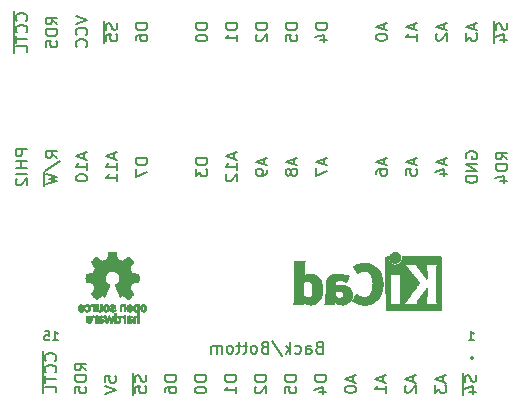
<source format=gbo>
%TF.GenerationSoftware,KiCad,Pcbnew,4.0.2+dfsg1-stable*%
%TF.CreationDate,2019-04-14T23:19:02+02:00*%
%TF.ProjectId,CART-Breakout,434152542D427265616B6F75742E6B69,rev?*%
%TF.FileFunction,Legend,Bot*%
%FSLAX46Y46*%
G04 Gerber Fmt 4.6, Leading zero omitted, Abs format (unit mm)*
G04 Created by KiCad (PCBNEW 4.0.2+dfsg1-stable) date Sun 14 Apr 2019 23:19:02 CEST*
%MOMM*%
G01*
G04 APERTURE LIST*
%ADD10C,0.100000*%
%ADD11C,0.200000*%
%ADD12C,0.150000*%
%ADD13C,0.010000*%
G04 APERTURE END LIST*
D10*
D11*
X131262381Y-91210000D02*
X130262381Y-91210000D01*
X130262381Y-91590953D01*
X130310000Y-91686191D01*
X130357619Y-91733810D01*
X130452857Y-91781429D01*
X130595714Y-91781429D01*
X130690952Y-91733810D01*
X130738571Y-91686191D01*
X130786190Y-91590953D01*
X130786190Y-91210000D01*
X131262381Y-92210000D02*
X130262381Y-92210000D01*
X130738571Y-92210000D02*
X130738571Y-92781429D01*
X131262381Y-92781429D02*
X130262381Y-92781429D01*
X131262381Y-93257619D02*
X130262381Y-93257619D01*
X130357619Y-93686190D02*
X130310000Y-93733809D01*
X130262381Y-93829047D01*
X130262381Y-94067143D01*
X130310000Y-94162381D01*
X130357619Y-94210000D01*
X130452857Y-94257619D01*
X130548095Y-94257619D01*
X130690952Y-94210000D01*
X131262381Y-93638571D01*
X131262381Y-94257619D01*
X133802381Y-91924286D02*
X133326190Y-91590952D01*
X133802381Y-91352857D02*
X132802381Y-91352857D01*
X132802381Y-91733810D01*
X132850000Y-91829048D01*
X132897619Y-91876667D01*
X132992857Y-91924286D01*
X133135714Y-91924286D01*
X133230952Y-91876667D01*
X133278571Y-91829048D01*
X133326190Y-91733810D01*
X133326190Y-91352857D01*
X132754762Y-93067143D02*
X134040476Y-92210000D01*
X132802381Y-93305238D02*
X133802381Y-93543333D01*
X133088095Y-93733810D01*
X133802381Y-93924286D01*
X132802381Y-94162381D01*
X132630000Y-93162381D02*
X132630000Y-94305238D01*
X136056667Y-91519524D02*
X136056667Y-91995715D01*
X136342381Y-91424286D02*
X135342381Y-91757619D01*
X136342381Y-92090953D01*
X136342381Y-92948096D02*
X136342381Y-92376667D01*
X136342381Y-92662381D02*
X135342381Y-92662381D01*
X135485238Y-92567143D01*
X135580476Y-92471905D01*
X135628095Y-92376667D01*
X135342381Y-93567143D02*
X135342381Y-93662382D01*
X135390000Y-93757620D01*
X135437619Y-93805239D01*
X135532857Y-93852858D01*
X135723333Y-93900477D01*
X135961429Y-93900477D01*
X136151905Y-93852858D01*
X136247143Y-93805239D01*
X136294762Y-93757620D01*
X136342381Y-93662382D01*
X136342381Y-93567143D01*
X136294762Y-93471905D01*
X136247143Y-93424286D01*
X136151905Y-93376667D01*
X135961429Y-93329048D01*
X135723333Y-93329048D01*
X135532857Y-93376667D01*
X135437619Y-93424286D01*
X135390000Y-93471905D01*
X135342381Y-93567143D01*
X138596667Y-91519524D02*
X138596667Y-91995715D01*
X138882381Y-91424286D02*
X137882381Y-91757619D01*
X138882381Y-92090953D01*
X138882381Y-92948096D02*
X138882381Y-92376667D01*
X138882381Y-92662381D02*
X137882381Y-92662381D01*
X138025238Y-92567143D01*
X138120476Y-92471905D01*
X138168095Y-92376667D01*
X138882381Y-93900477D02*
X138882381Y-93329048D01*
X138882381Y-93614762D02*
X137882381Y-93614762D01*
X138025238Y-93519524D01*
X138120476Y-93424286D01*
X138168095Y-93329048D01*
X141422381Y-91971905D02*
X140422381Y-91971905D01*
X140422381Y-92210000D01*
X140470000Y-92352858D01*
X140565238Y-92448096D01*
X140660476Y-92495715D01*
X140850952Y-92543334D01*
X140993810Y-92543334D01*
X141184286Y-92495715D01*
X141279524Y-92448096D01*
X141374762Y-92352858D01*
X141422381Y-92210000D01*
X141422381Y-91971905D01*
X140422381Y-92876667D02*
X140422381Y-93543334D01*
X141422381Y-93114762D01*
X146502381Y-91971905D02*
X145502381Y-91971905D01*
X145502381Y-92210000D01*
X145550000Y-92352858D01*
X145645238Y-92448096D01*
X145740476Y-92495715D01*
X145930952Y-92543334D01*
X146073810Y-92543334D01*
X146264286Y-92495715D01*
X146359524Y-92448096D01*
X146454762Y-92352858D01*
X146502381Y-92210000D01*
X146502381Y-91971905D01*
X145502381Y-92876667D02*
X145502381Y-93495715D01*
X145883333Y-93162381D01*
X145883333Y-93305239D01*
X145930952Y-93400477D01*
X145978571Y-93448096D01*
X146073810Y-93495715D01*
X146311905Y-93495715D01*
X146407143Y-93448096D01*
X146454762Y-93400477D01*
X146502381Y-93305239D01*
X146502381Y-93019524D01*
X146454762Y-92924286D01*
X146407143Y-92876667D01*
X148756667Y-91519524D02*
X148756667Y-91995715D01*
X149042381Y-91424286D02*
X148042381Y-91757619D01*
X149042381Y-92090953D01*
X149042381Y-92948096D02*
X149042381Y-92376667D01*
X149042381Y-92662381D02*
X148042381Y-92662381D01*
X148185238Y-92567143D01*
X148280476Y-92471905D01*
X148328095Y-92376667D01*
X148137619Y-93329048D02*
X148090000Y-93376667D01*
X148042381Y-93471905D01*
X148042381Y-93710001D01*
X148090000Y-93805239D01*
X148137619Y-93852858D01*
X148232857Y-93900477D01*
X148328095Y-93900477D01*
X148470952Y-93852858D01*
X149042381Y-93281429D01*
X149042381Y-93900477D01*
X151296667Y-91995714D02*
X151296667Y-92471905D01*
X151582381Y-91900476D02*
X150582381Y-92233809D01*
X151582381Y-92567143D01*
X151582381Y-92948095D02*
X151582381Y-93138571D01*
X151534762Y-93233810D01*
X151487143Y-93281429D01*
X151344286Y-93376667D01*
X151153810Y-93424286D01*
X150772857Y-93424286D01*
X150677619Y-93376667D01*
X150630000Y-93329048D01*
X150582381Y-93233810D01*
X150582381Y-93043333D01*
X150630000Y-92948095D01*
X150677619Y-92900476D01*
X150772857Y-92852857D01*
X151010952Y-92852857D01*
X151106190Y-92900476D01*
X151153810Y-92948095D01*
X151201429Y-93043333D01*
X151201429Y-93233810D01*
X151153810Y-93329048D01*
X151106190Y-93376667D01*
X151010952Y-93424286D01*
X153836667Y-91995714D02*
X153836667Y-92471905D01*
X154122381Y-91900476D02*
X153122381Y-92233809D01*
X154122381Y-92567143D01*
X153550952Y-93043333D02*
X153503333Y-92948095D01*
X153455714Y-92900476D01*
X153360476Y-92852857D01*
X153312857Y-92852857D01*
X153217619Y-92900476D01*
X153170000Y-92948095D01*
X153122381Y-93043333D01*
X153122381Y-93233810D01*
X153170000Y-93329048D01*
X153217619Y-93376667D01*
X153312857Y-93424286D01*
X153360476Y-93424286D01*
X153455714Y-93376667D01*
X153503333Y-93329048D01*
X153550952Y-93233810D01*
X153550952Y-93043333D01*
X153598571Y-92948095D01*
X153646190Y-92900476D01*
X153741429Y-92852857D01*
X153931905Y-92852857D01*
X154027143Y-92900476D01*
X154074762Y-92948095D01*
X154122381Y-93043333D01*
X154122381Y-93233810D01*
X154074762Y-93329048D01*
X154027143Y-93376667D01*
X153931905Y-93424286D01*
X153741429Y-93424286D01*
X153646190Y-93376667D01*
X153598571Y-93329048D01*
X153550952Y-93233810D01*
X156376667Y-91995714D02*
X156376667Y-92471905D01*
X156662381Y-91900476D02*
X155662381Y-92233809D01*
X156662381Y-92567143D01*
X155662381Y-92805238D02*
X155662381Y-93471905D01*
X156662381Y-93043333D01*
X161456667Y-91995714D02*
X161456667Y-92471905D01*
X161742381Y-91900476D02*
X160742381Y-92233809D01*
X161742381Y-92567143D01*
X160742381Y-93329048D02*
X160742381Y-93138571D01*
X160790000Y-93043333D01*
X160837619Y-92995714D01*
X160980476Y-92900476D01*
X161170952Y-92852857D01*
X161551905Y-92852857D01*
X161647143Y-92900476D01*
X161694762Y-92948095D01*
X161742381Y-93043333D01*
X161742381Y-93233810D01*
X161694762Y-93329048D01*
X161647143Y-93376667D01*
X161551905Y-93424286D01*
X161313810Y-93424286D01*
X161218571Y-93376667D01*
X161170952Y-93329048D01*
X161123333Y-93233810D01*
X161123333Y-93043333D01*
X161170952Y-92948095D01*
X161218571Y-92900476D01*
X161313810Y-92852857D01*
X163996667Y-91995714D02*
X163996667Y-92471905D01*
X164282381Y-91900476D02*
X163282381Y-92233809D01*
X164282381Y-92567143D01*
X163282381Y-93376667D02*
X163282381Y-92900476D01*
X163758571Y-92852857D01*
X163710952Y-92900476D01*
X163663333Y-92995714D01*
X163663333Y-93233810D01*
X163710952Y-93329048D01*
X163758571Y-93376667D01*
X163853810Y-93424286D01*
X164091905Y-93424286D01*
X164187143Y-93376667D01*
X164234762Y-93329048D01*
X164282381Y-93233810D01*
X164282381Y-92995714D01*
X164234762Y-92900476D01*
X164187143Y-92852857D01*
X166536667Y-91995714D02*
X166536667Y-92471905D01*
X166822381Y-91900476D02*
X165822381Y-92233809D01*
X166822381Y-92567143D01*
X166155714Y-93329048D02*
X166822381Y-93329048D01*
X165774762Y-93090952D02*
X166489048Y-92852857D01*
X166489048Y-93471905D01*
X168410000Y-91948096D02*
X168362381Y-91852858D01*
X168362381Y-91710001D01*
X168410000Y-91567143D01*
X168505238Y-91471905D01*
X168600476Y-91424286D01*
X168790952Y-91376667D01*
X168933810Y-91376667D01*
X169124286Y-91424286D01*
X169219524Y-91471905D01*
X169314762Y-91567143D01*
X169362381Y-91710001D01*
X169362381Y-91805239D01*
X169314762Y-91948096D01*
X169267143Y-91995715D01*
X168933810Y-91995715D01*
X168933810Y-91805239D01*
X169362381Y-92424286D02*
X168362381Y-92424286D01*
X169362381Y-92995715D01*
X168362381Y-92995715D01*
X169362381Y-93471905D02*
X168362381Y-93471905D01*
X168362381Y-93710000D01*
X168410000Y-93852858D01*
X168505238Y-93948096D01*
X168600476Y-93995715D01*
X168790952Y-94043334D01*
X168933810Y-94043334D01*
X169124286Y-93995715D01*
X169219524Y-93948096D01*
X169314762Y-93852858D01*
X169362381Y-93710000D01*
X169362381Y-93471905D01*
X171902381Y-92043334D02*
X171426190Y-91710000D01*
X171902381Y-91471905D02*
X170902381Y-91471905D01*
X170902381Y-91852858D01*
X170950000Y-91948096D01*
X170997619Y-91995715D01*
X171092857Y-92043334D01*
X171235714Y-92043334D01*
X171330952Y-91995715D01*
X171378571Y-91948096D01*
X171426190Y-91852858D01*
X171426190Y-91471905D01*
X171902381Y-92471905D02*
X170902381Y-92471905D01*
X170902381Y-92710000D01*
X170950000Y-92852858D01*
X171045238Y-92948096D01*
X171140476Y-92995715D01*
X171330952Y-93043334D01*
X171473810Y-93043334D01*
X171664286Y-92995715D01*
X171759524Y-92948096D01*
X171854762Y-92852858D01*
X171902381Y-92710000D01*
X171902381Y-92471905D01*
X171235714Y-93900477D02*
X171902381Y-93900477D01*
X170854762Y-93662381D02*
X171569048Y-93424286D01*
X171569048Y-94043334D01*
X171854762Y-80518095D02*
X171902381Y-80660952D01*
X171902381Y-80899048D01*
X171854762Y-80994286D01*
X171807143Y-81041905D01*
X171711905Y-81089524D01*
X171616667Y-81089524D01*
X171521429Y-81041905D01*
X171473810Y-80994286D01*
X171426190Y-80899048D01*
X171378571Y-80708571D01*
X171330952Y-80613333D01*
X171283333Y-80565714D01*
X171188095Y-80518095D01*
X171092857Y-80518095D01*
X170997619Y-80565714D01*
X170950000Y-80613333D01*
X170902381Y-80708571D01*
X170902381Y-80946667D01*
X170950000Y-81089524D01*
X171235714Y-81946667D02*
X171902381Y-81946667D01*
X170854762Y-81708571D02*
X171569048Y-81470476D01*
X171569048Y-82089524D01*
X170730000Y-80327619D02*
X170730000Y-82232381D01*
X169076667Y-80565714D02*
X169076667Y-81041905D01*
X169362381Y-80470476D02*
X168362381Y-80803809D01*
X169362381Y-81137143D01*
X168362381Y-81375238D02*
X168362381Y-81994286D01*
X168743333Y-81660952D01*
X168743333Y-81803810D01*
X168790952Y-81899048D01*
X168838571Y-81946667D01*
X168933810Y-81994286D01*
X169171905Y-81994286D01*
X169267143Y-81946667D01*
X169314762Y-81899048D01*
X169362381Y-81803810D01*
X169362381Y-81518095D01*
X169314762Y-81422857D01*
X169267143Y-81375238D01*
X166536667Y-80565714D02*
X166536667Y-81041905D01*
X166822381Y-80470476D02*
X165822381Y-80803809D01*
X166822381Y-81137143D01*
X165917619Y-81422857D02*
X165870000Y-81470476D01*
X165822381Y-81565714D01*
X165822381Y-81803810D01*
X165870000Y-81899048D01*
X165917619Y-81946667D01*
X166012857Y-81994286D01*
X166108095Y-81994286D01*
X166250952Y-81946667D01*
X166822381Y-81375238D01*
X166822381Y-81994286D01*
X163996667Y-80565714D02*
X163996667Y-81041905D01*
X164282381Y-80470476D02*
X163282381Y-80803809D01*
X164282381Y-81137143D01*
X164282381Y-81994286D02*
X164282381Y-81422857D01*
X164282381Y-81708571D02*
X163282381Y-81708571D01*
X163425238Y-81613333D01*
X163520476Y-81518095D01*
X163568095Y-81422857D01*
X161456667Y-80565714D02*
X161456667Y-81041905D01*
X161742381Y-80470476D02*
X160742381Y-80803809D01*
X161742381Y-81137143D01*
X160742381Y-81660952D02*
X160742381Y-81756191D01*
X160790000Y-81851429D01*
X160837619Y-81899048D01*
X160932857Y-81946667D01*
X161123333Y-81994286D01*
X161361429Y-81994286D01*
X161551905Y-81946667D01*
X161647143Y-81899048D01*
X161694762Y-81851429D01*
X161742381Y-81756191D01*
X161742381Y-81660952D01*
X161694762Y-81565714D01*
X161647143Y-81518095D01*
X161551905Y-81470476D01*
X161361429Y-81422857D01*
X161123333Y-81422857D01*
X160932857Y-81470476D01*
X160837619Y-81518095D01*
X160790000Y-81565714D01*
X160742381Y-81660952D01*
X156662381Y-80541905D02*
X155662381Y-80541905D01*
X155662381Y-80780000D01*
X155710000Y-80922858D01*
X155805238Y-81018096D01*
X155900476Y-81065715D01*
X156090952Y-81113334D01*
X156233810Y-81113334D01*
X156424286Y-81065715D01*
X156519524Y-81018096D01*
X156614762Y-80922858D01*
X156662381Y-80780000D01*
X156662381Y-80541905D01*
X155995714Y-81970477D02*
X156662381Y-81970477D01*
X155614762Y-81732381D02*
X156329048Y-81494286D01*
X156329048Y-82113334D01*
X154122381Y-80541905D02*
X153122381Y-80541905D01*
X153122381Y-80780000D01*
X153170000Y-80922858D01*
X153265238Y-81018096D01*
X153360476Y-81065715D01*
X153550952Y-81113334D01*
X153693810Y-81113334D01*
X153884286Y-81065715D01*
X153979524Y-81018096D01*
X154074762Y-80922858D01*
X154122381Y-80780000D01*
X154122381Y-80541905D01*
X153122381Y-82018096D02*
X153122381Y-81541905D01*
X153598571Y-81494286D01*
X153550952Y-81541905D01*
X153503333Y-81637143D01*
X153503333Y-81875239D01*
X153550952Y-81970477D01*
X153598571Y-82018096D01*
X153693810Y-82065715D01*
X153931905Y-82065715D01*
X154027143Y-82018096D01*
X154074762Y-81970477D01*
X154122381Y-81875239D01*
X154122381Y-81637143D01*
X154074762Y-81541905D01*
X154027143Y-81494286D01*
X151582381Y-80541905D02*
X150582381Y-80541905D01*
X150582381Y-80780000D01*
X150630000Y-80922858D01*
X150725238Y-81018096D01*
X150820476Y-81065715D01*
X151010952Y-81113334D01*
X151153810Y-81113334D01*
X151344286Y-81065715D01*
X151439524Y-81018096D01*
X151534762Y-80922858D01*
X151582381Y-80780000D01*
X151582381Y-80541905D01*
X150677619Y-81494286D02*
X150630000Y-81541905D01*
X150582381Y-81637143D01*
X150582381Y-81875239D01*
X150630000Y-81970477D01*
X150677619Y-82018096D01*
X150772857Y-82065715D01*
X150868095Y-82065715D01*
X151010952Y-82018096D01*
X151582381Y-81446667D01*
X151582381Y-82065715D01*
X149042381Y-80541905D02*
X148042381Y-80541905D01*
X148042381Y-80780000D01*
X148090000Y-80922858D01*
X148185238Y-81018096D01*
X148280476Y-81065715D01*
X148470952Y-81113334D01*
X148613810Y-81113334D01*
X148804286Y-81065715D01*
X148899524Y-81018096D01*
X148994762Y-80922858D01*
X149042381Y-80780000D01*
X149042381Y-80541905D01*
X149042381Y-82065715D02*
X149042381Y-81494286D01*
X149042381Y-81780000D02*
X148042381Y-81780000D01*
X148185238Y-81684762D01*
X148280476Y-81589524D01*
X148328095Y-81494286D01*
X146502381Y-80541905D02*
X145502381Y-80541905D01*
X145502381Y-80780000D01*
X145550000Y-80922858D01*
X145645238Y-81018096D01*
X145740476Y-81065715D01*
X145930952Y-81113334D01*
X146073810Y-81113334D01*
X146264286Y-81065715D01*
X146359524Y-81018096D01*
X146454762Y-80922858D01*
X146502381Y-80780000D01*
X146502381Y-80541905D01*
X145502381Y-81732381D02*
X145502381Y-81827620D01*
X145550000Y-81922858D01*
X145597619Y-81970477D01*
X145692857Y-82018096D01*
X145883333Y-82065715D01*
X146121429Y-82065715D01*
X146311905Y-82018096D01*
X146407143Y-81970477D01*
X146454762Y-81922858D01*
X146502381Y-81827620D01*
X146502381Y-81732381D01*
X146454762Y-81637143D01*
X146407143Y-81589524D01*
X146311905Y-81541905D01*
X146121429Y-81494286D01*
X145883333Y-81494286D01*
X145692857Y-81541905D01*
X145597619Y-81589524D01*
X145550000Y-81637143D01*
X145502381Y-81732381D01*
X141422381Y-80541905D02*
X140422381Y-80541905D01*
X140422381Y-80780000D01*
X140470000Y-80922858D01*
X140565238Y-81018096D01*
X140660476Y-81065715D01*
X140850952Y-81113334D01*
X140993810Y-81113334D01*
X141184286Y-81065715D01*
X141279524Y-81018096D01*
X141374762Y-80922858D01*
X141422381Y-80780000D01*
X141422381Y-80541905D01*
X140422381Y-81970477D02*
X140422381Y-81780000D01*
X140470000Y-81684762D01*
X140517619Y-81637143D01*
X140660476Y-81541905D01*
X140850952Y-81494286D01*
X141231905Y-81494286D01*
X141327143Y-81541905D01*
X141374762Y-81589524D01*
X141422381Y-81684762D01*
X141422381Y-81875239D01*
X141374762Y-81970477D01*
X141327143Y-82018096D01*
X141231905Y-82065715D01*
X140993810Y-82065715D01*
X140898571Y-82018096D01*
X140850952Y-81970477D01*
X140803333Y-81875239D01*
X140803333Y-81684762D01*
X140850952Y-81589524D01*
X140898571Y-81541905D01*
X140993810Y-81494286D01*
X138834762Y-80518095D02*
X138882381Y-80660952D01*
X138882381Y-80899048D01*
X138834762Y-80994286D01*
X138787143Y-81041905D01*
X138691905Y-81089524D01*
X138596667Y-81089524D01*
X138501429Y-81041905D01*
X138453810Y-80994286D01*
X138406190Y-80899048D01*
X138358571Y-80708571D01*
X138310952Y-80613333D01*
X138263333Y-80565714D01*
X138168095Y-80518095D01*
X138072857Y-80518095D01*
X137977619Y-80565714D01*
X137930000Y-80613333D01*
X137882381Y-80708571D01*
X137882381Y-80946667D01*
X137930000Y-81089524D01*
X137882381Y-81994286D02*
X137882381Y-81518095D01*
X138358571Y-81470476D01*
X138310952Y-81518095D01*
X138263333Y-81613333D01*
X138263333Y-81851429D01*
X138310952Y-81946667D01*
X138358571Y-81994286D01*
X138453810Y-82041905D01*
X138691905Y-82041905D01*
X138787143Y-81994286D01*
X138834762Y-81946667D01*
X138882381Y-81851429D01*
X138882381Y-81613333D01*
X138834762Y-81518095D01*
X138787143Y-81470476D01*
X137710000Y-80327619D02*
X137710000Y-82232381D01*
X135342381Y-79946667D02*
X136342381Y-80280000D01*
X135342381Y-80613334D01*
X136247143Y-81518096D02*
X136294762Y-81470477D01*
X136342381Y-81327620D01*
X136342381Y-81232382D01*
X136294762Y-81089524D01*
X136199524Y-80994286D01*
X136104286Y-80946667D01*
X135913810Y-80899048D01*
X135770952Y-80899048D01*
X135580476Y-80946667D01*
X135485238Y-80994286D01*
X135390000Y-81089524D01*
X135342381Y-81232382D01*
X135342381Y-81327620D01*
X135390000Y-81470477D01*
X135437619Y-81518096D01*
X136247143Y-82518096D02*
X136294762Y-82470477D01*
X136342381Y-82327620D01*
X136342381Y-82232382D01*
X136294762Y-82089524D01*
X136199524Y-81994286D01*
X136104286Y-81946667D01*
X135913810Y-81899048D01*
X135770952Y-81899048D01*
X135580476Y-81946667D01*
X135485238Y-81994286D01*
X135390000Y-82089524D01*
X135342381Y-82232382D01*
X135342381Y-82327620D01*
X135390000Y-82470477D01*
X135437619Y-82518096D01*
X133802381Y-80613334D02*
X133326190Y-80280000D01*
X133802381Y-80041905D02*
X132802381Y-80041905D01*
X132802381Y-80422858D01*
X132850000Y-80518096D01*
X132897619Y-80565715D01*
X132992857Y-80613334D01*
X133135714Y-80613334D01*
X133230952Y-80565715D01*
X133278571Y-80518096D01*
X133326190Y-80422858D01*
X133326190Y-80041905D01*
X133802381Y-81041905D02*
X132802381Y-81041905D01*
X132802381Y-81280000D01*
X132850000Y-81422858D01*
X132945238Y-81518096D01*
X133040476Y-81565715D01*
X133230952Y-81613334D01*
X133373810Y-81613334D01*
X133564286Y-81565715D01*
X133659524Y-81518096D01*
X133754762Y-81422858D01*
X133802381Y-81280000D01*
X133802381Y-81041905D01*
X132802381Y-82518096D02*
X132802381Y-82041905D01*
X133278571Y-81994286D01*
X133230952Y-82041905D01*
X133183333Y-82137143D01*
X133183333Y-82375239D01*
X133230952Y-82470477D01*
X133278571Y-82518096D01*
X133373810Y-82565715D01*
X133611905Y-82565715D01*
X133707143Y-82518096D01*
X133754762Y-82470477D01*
X133802381Y-82375239D01*
X133802381Y-82137143D01*
X133754762Y-82041905D01*
X133707143Y-81994286D01*
X131167143Y-80303810D02*
X131214762Y-80256191D01*
X131262381Y-80113334D01*
X131262381Y-80018096D01*
X131214762Y-79875238D01*
X131119524Y-79780000D01*
X131024286Y-79732381D01*
X130833810Y-79684762D01*
X130690952Y-79684762D01*
X130500476Y-79732381D01*
X130405238Y-79780000D01*
X130310000Y-79875238D01*
X130262381Y-80018096D01*
X130262381Y-80113334D01*
X130310000Y-80256191D01*
X130357619Y-80303810D01*
X131167143Y-81303810D02*
X131214762Y-81256191D01*
X131262381Y-81113334D01*
X131262381Y-81018096D01*
X131214762Y-80875238D01*
X131119524Y-80780000D01*
X131024286Y-80732381D01*
X130833810Y-80684762D01*
X130690952Y-80684762D01*
X130500476Y-80732381D01*
X130405238Y-80780000D01*
X130310000Y-80875238D01*
X130262381Y-81018096D01*
X130262381Y-81113334D01*
X130310000Y-81256191D01*
X130357619Y-81303810D01*
X130262381Y-81589524D02*
X130262381Y-82160953D01*
X131262381Y-81875238D02*
X130262381Y-81875238D01*
X131262381Y-82970477D02*
X131262381Y-82494286D01*
X130262381Y-82494286D01*
X130090000Y-79494286D02*
X130090000Y-83065715D01*
D12*
X169035490Y-108865500D02*
G75*
G03X169035490Y-108865500I-141990J0D01*
G01*
X168957000Y-108865500D02*
G75*
G03X168957000Y-108865500I-63500J0D01*
G01*
D13*
G36*
X162966400Y-100359054D02*
X162955535Y-100472993D01*
X162923918Y-100580616D01*
X162873015Y-100679615D01*
X162804293Y-100767684D01*
X162719219Y-100842516D01*
X162622232Y-100900384D01*
X162515964Y-100940005D01*
X162408950Y-100958573D01*
X162303300Y-100957434D01*
X162201125Y-100937930D01*
X162104534Y-100901406D01*
X162015638Y-100849205D01*
X161936546Y-100782673D01*
X161869369Y-100703152D01*
X161816217Y-100611987D01*
X161779199Y-100510523D01*
X161760427Y-100400102D01*
X161758489Y-100350206D01*
X161758489Y-100262267D01*
X161706560Y-100262267D01*
X161670253Y-100265111D01*
X161643355Y-100276911D01*
X161616249Y-100300649D01*
X161577867Y-100339031D01*
X161577867Y-102530602D01*
X161577876Y-102792739D01*
X161577908Y-103033241D01*
X161577972Y-103253048D01*
X161578076Y-103453101D01*
X161578227Y-103634344D01*
X161578434Y-103797716D01*
X161578706Y-103944160D01*
X161579050Y-104074617D01*
X161579474Y-104190029D01*
X161579987Y-104291338D01*
X161580597Y-104379484D01*
X161581312Y-104455410D01*
X161582140Y-104520057D01*
X161583089Y-104574367D01*
X161584167Y-104619280D01*
X161585383Y-104655740D01*
X161586745Y-104684687D01*
X161588261Y-104707063D01*
X161589938Y-104723809D01*
X161591786Y-104735868D01*
X161593813Y-104744180D01*
X161596025Y-104749687D01*
X161597108Y-104751537D01*
X161601271Y-104758549D01*
X161604805Y-104764996D01*
X161608635Y-104770900D01*
X161613682Y-104776286D01*
X161620871Y-104781178D01*
X161631123Y-104785598D01*
X161645364Y-104789572D01*
X161664514Y-104793121D01*
X161689499Y-104796270D01*
X161721240Y-104799042D01*
X161760662Y-104801461D01*
X161808686Y-104803551D01*
X161866237Y-104805335D01*
X161934237Y-104806837D01*
X162013610Y-104808080D01*
X162105279Y-104809089D01*
X162210166Y-104809885D01*
X162329196Y-104810494D01*
X162463290Y-104810939D01*
X162613373Y-104811243D01*
X162780367Y-104811430D01*
X162965196Y-104811524D01*
X163168783Y-104811548D01*
X163392050Y-104811525D01*
X163635922Y-104811480D01*
X163901321Y-104811437D01*
X163939704Y-104811432D01*
X164206682Y-104811389D01*
X164452002Y-104811318D01*
X164676583Y-104811213D01*
X164881345Y-104811066D01*
X165067206Y-104810869D01*
X165235088Y-104810616D01*
X165385908Y-104810300D01*
X165520587Y-104809913D01*
X165640044Y-104809447D01*
X165745199Y-104808897D01*
X165836971Y-104808253D01*
X165916279Y-104807511D01*
X165984043Y-104806661D01*
X166041182Y-104805697D01*
X166088617Y-104804611D01*
X166127266Y-104803397D01*
X166158049Y-104802047D01*
X166181885Y-104800555D01*
X166199694Y-104798911D01*
X166212395Y-104797111D01*
X166220908Y-104795145D01*
X166225266Y-104793477D01*
X166233728Y-104789906D01*
X166241497Y-104787270D01*
X166248602Y-104784634D01*
X166255073Y-104781062D01*
X166260939Y-104775621D01*
X166266229Y-104767375D01*
X166270974Y-104755390D01*
X166275202Y-104738731D01*
X166278943Y-104716463D01*
X166282227Y-104687652D01*
X166285083Y-104651363D01*
X166287540Y-104606661D01*
X166289629Y-104552611D01*
X166291378Y-104488279D01*
X166292817Y-104412730D01*
X166293976Y-104325030D01*
X166294883Y-104224243D01*
X166295569Y-104109434D01*
X166296063Y-103979670D01*
X166296395Y-103834015D01*
X166296593Y-103671535D01*
X166296687Y-103491295D01*
X166296708Y-103292360D01*
X166296685Y-103073796D01*
X166296646Y-102834668D01*
X166296622Y-102574040D01*
X166296622Y-102531889D01*
X166296636Y-102268992D01*
X166296661Y-102027732D01*
X166296671Y-101807165D01*
X166296642Y-101606352D01*
X166296548Y-101424349D01*
X166296362Y-101260216D01*
X166296059Y-101113011D01*
X166295614Y-100981792D01*
X166295034Y-100871867D01*
X165992197Y-100871867D01*
X165952407Y-100929711D01*
X165941236Y-100945479D01*
X165931166Y-100959441D01*
X165922138Y-100972784D01*
X165914097Y-100986693D01*
X165906986Y-101002356D01*
X165900747Y-101020958D01*
X165895325Y-101043686D01*
X165890662Y-101071727D01*
X165886701Y-101106267D01*
X165883385Y-101148492D01*
X165880659Y-101199589D01*
X165878464Y-101260744D01*
X165876745Y-101333144D01*
X165875444Y-101417975D01*
X165874505Y-101516422D01*
X165873870Y-101629674D01*
X165873484Y-101758916D01*
X165873288Y-101905334D01*
X165873227Y-102070116D01*
X165873243Y-102254447D01*
X165873280Y-102459513D01*
X165873289Y-102582133D01*
X165873265Y-102799082D01*
X165873231Y-102994642D01*
X165873243Y-103169999D01*
X165873358Y-103326341D01*
X165873630Y-103464857D01*
X165874118Y-103586734D01*
X165874876Y-103693160D01*
X165875962Y-103785322D01*
X165877431Y-103864409D01*
X165879340Y-103931608D01*
X165881744Y-103988107D01*
X165884701Y-104035093D01*
X165888266Y-104073755D01*
X165892495Y-104105280D01*
X165897446Y-104130855D01*
X165903173Y-104151670D01*
X165909733Y-104168911D01*
X165917183Y-104183765D01*
X165925579Y-104197422D01*
X165934976Y-104211069D01*
X165945432Y-104225893D01*
X165951523Y-104234783D01*
X165990296Y-104292400D01*
X165458732Y-104292400D01*
X165335483Y-104292365D01*
X165232987Y-104292215D01*
X165149420Y-104291878D01*
X165082956Y-104291286D01*
X165031771Y-104290367D01*
X164994041Y-104289051D01*
X164967940Y-104287269D01*
X164951644Y-104284951D01*
X164943328Y-104282026D01*
X164941168Y-104278424D01*
X164943339Y-104274075D01*
X164944535Y-104272645D01*
X164969685Y-104235573D01*
X164995583Y-104182772D01*
X165019192Y-104120770D01*
X165027461Y-104094357D01*
X165032078Y-104076416D01*
X165035979Y-104055355D01*
X165039248Y-104029089D01*
X165041966Y-103995532D01*
X165044215Y-103952599D01*
X165046077Y-103898204D01*
X165047636Y-103830262D01*
X165048972Y-103746688D01*
X165050169Y-103645395D01*
X165051308Y-103524300D01*
X165051685Y-103479600D01*
X165052702Y-103354449D01*
X165053460Y-103250082D01*
X165053903Y-103164707D01*
X165053970Y-103096533D01*
X165053605Y-103043765D01*
X165052748Y-103004614D01*
X165051341Y-102977285D01*
X165049325Y-102959986D01*
X165046643Y-102950926D01*
X165043236Y-102948312D01*
X165039044Y-102950351D01*
X165034571Y-102954667D01*
X165024216Y-102967602D01*
X165002158Y-102996676D01*
X164969957Y-103039759D01*
X164929174Y-103094718D01*
X164881370Y-103159423D01*
X164828105Y-103231742D01*
X164770940Y-103309544D01*
X164711437Y-103390698D01*
X164651155Y-103473072D01*
X164591655Y-103554536D01*
X164534498Y-103632957D01*
X164481245Y-103706204D01*
X164433457Y-103772147D01*
X164392693Y-103828654D01*
X164360516Y-103873593D01*
X164338485Y-103904834D01*
X164333917Y-103911466D01*
X164310996Y-103948369D01*
X164284188Y-103996359D01*
X164258789Y-104045897D01*
X164255568Y-104052577D01*
X164233890Y-104100772D01*
X164221304Y-104138334D01*
X164215574Y-104174160D01*
X164214456Y-104216200D01*
X164215090Y-104292400D01*
X163060651Y-104292400D01*
X163151815Y-104198669D01*
X163198612Y-104148775D01*
X163248899Y-104092295D01*
X163294944Y-104038026D01*
X163315369Y-104012673D01*
X163345807Y-103973128D01*
X163385862Y-103919916D01*
X163434361Y-103854667D01*
X163490135Y-103779011D01*
X163552011Y-103694577D01*
X163618819Y-103602994D01*
X163689387Y-103505892D01*
X163762545Y-103404901D01*
X163837121Y-103301650D01*
X163911944Y-103197768D01*
X163985843Y-103094885D01*
X164057646Y-102994631D01*
X164126184Y-102898636D01*
X164190284Y-102808527D01*
X164248775Y-102725936D01*
X164300486Y-102652492D01*
X164344247Y-102589824D01*
X164378885Y-102539561D01*
X164403230Y-102503334D01*
X164416111Y-102482771D01*
X164417869Y-102478668D01*
X164409910Y-102467342D01*
X164389115Y-102440162D01*
X164356847Y-102398829D01*
X164314470Y-102345044D01*
X164263347Y-102280506D01*
X164204841Y-102206918D01*
X164140314Y-102125978D01*
X164071131Y-102039388D01*
X163998653Y-101948848D01*
X163924246Y-101856060D01*
X163864517Y-101781702D01*
X162853511Y-101781702D01*
X162847602Y-101794659D01*
X162833272Y-101816908D01*
X162832225Y-101818391D01*
X162813438Y-101848544D01*
X162793791Y-101885375D01*
X162789892Y-101893511D01*
X162786356Y-101901940D01*
X162783230Y-101912059D01*
X162780486Y-101925260D01*
X162778092Y-101942938D01*
X162776019Y-101966484D01*
X162774235Y-101997293D01*
X162772712Y-102036757D01*
X162771419Y-102086269D01*
X162770326Y-102147223D01*
X162769403Y-102221011D01*
X162768619Y-102309028D01*
X162767945Y-102412665D01*
X162767350Y-102533316D01*
X162766805Y-102672374D01*
X162766279Y-102831232D01*
X162765745Y-103010089D01*
X162765206Y-103195207D01*
X162764772Y-103359145D01*
X162764509Y-103503303D01*
X162764484Y-103629079D01*
X162764765Y-103737871D01*
X162765419Y-103831077D01*
X162766514Y-103910097D01*
X162768118Y-103976328D01*
X162770297Y-104031170D01*
X162773119Y-104076021D01*
X162776651Y-104112278D01*
X162780961Y-104141341D01*
X162786117Y-104164609D01*
X162792185Y-104183479D01*
X162799233Y-104199351D01*
X162807329Y-104213622D01*
X162816540Y-104227691D01*
X162825040Y-104240158D01*
X162842176Y-104266452D01*
X162852322Y-104284037D01*
X162853511Y-104287257D01*
X162842604Y-104288334D01*
X162811411Y-104289335D01*
X162762223Y-104290235D01*
X162697333Y-104291010D01*
X162619030Y-104291637D01*
X162529607Y-104292091D01*
X162431356Y-104292349D01*
X162362445Y-104292400D01*
X162257452Y-104292180D01*
X162160610Y-104291548D01*
X162074107Y-104290549D01*
X162000132Y-104289227D01*
X161940874Y-104287626D01*
X161898520Y-104285791D01*
X161875260Y-104283765D01*
X161871378Y-104282493D01*
X161879076Y-104267591D01*
X161887074Y-104259560D01*
X161900246Y-104242434D01*
X161917485Y-104212183D01*
X161929407Y-104187622D01*
X161956045Y-104128711D01*
X161959120Y-102951845D01*
X161962195Y-101774978D01*
X162407853Y-101774978D01*
X162505670Y-101775142D01*
X162596064Y-101775611D01*
X162676630Y-101776347D01*
X162744962Y-101777316D01*
X162798656Y-101778480D01*
X162835305Y-101779803D01*
X162852504Y-101781249D01*
X162853511Y-101781702D01*
X163864517Y-101781702D01*
X163849270Y-101762722D01*
X163775090Y-101670537D01*
X163703069Y-101581204D01*
X163634569Y-101496424D01*
X163570955Y-101417898D01*
X163513588Y-101347326D01*
X163463833Y-101286409D01*
X163423052Y-101236847D01*
X163405888Y-101216178D01*
X163319596Y-101115516D01*
X163242997Y-101032259D01*
X163174183Y-100964438D01*
X163111248Y-100910089D01*
X163101867Y-100902722D01*
X163062356Y-100872117D01*
X164194116Y-100871867D01*
X164188827Y-100919844D01*
X164192130Y-100977188D01*
X164213661Y-101045463D01*
X164253635Y-101125212D01*
X164298943Y-101197495D01*
X164315161Y-101220140D01*
X164343214Y-101257696D01*
X164381430Y-101308021D01*
X164428137Y-101368973D01*
X164481661Y-101438411D01*
X164540331Y-101514194D01*
X164602475Y-101594180D01*
X164666421Y-101676228D01*
X164730495Y-101758196D01*
X164793027Y-101837943D01*
X164852343Y-101913327D01*
X164906771Y-101982207D01*
X164954639Y-102042442D01*
X164994275Y-102091889D01*
X165024006Y-102128408D01*
X165042161Y-102149858D01*
X165045220Y-102153156D01*
X165048079Y-102145149D01*
X165050293Y-102114855D01*
X165051857Y-102062556D01*
X165052767Y-101988531D01*
X165053020Y-101893063D01*
X165052613Y-101776434D01*
X165051704Y-101656445D01*
X165050382Y-101524333D01*
X165048857Y-101412594D01*
X165046881Y-101319025D01*
X165044206Y-101241419D01*
X165040582Y-101177574D01*
X165035761Y-101125283D01*
X165029494Y-101082344D01*
X165021532Y-101046551D01*
X165011627Y-101015700D01*
X164999531Y-100987586D01*
X164984993Y-100960005D01*
X164970311Y-100934966D01*
X164932314Y-100871867D01*
X165992197Y-100871867D01*
X166295034Y-100871867D01*
X166295001Y-100865617D01*
X166294195Y-100763544D01*
X166293170Y-100674633D01*
X166291900Y-100597941D01*
X166290360Y-100532527D01*
X166288524Y-100477449D01*
X166286367Y-100431765D01*
X166283863Y-100394534D01*
X166280987Y-100364813D01*
X166277713Y-100341662D01*
X166274015Y-100324139D01*
X166269869Y-100311301D01*
X166265247Y-100302208D01*
X166260126Y-100295918D01*
X166254478Y-100291488D01*
X166248279Y-100287978D01*
X166241504Y-100284445D01*
X166235508Y-100280876D01*
X166230275Y-100278300D01*
X166222099Y-100275972D01*
X166209886Y-100273878D01*
X166192541Y-100272007D01*
X166168969Y-100270347D01*
X166138077Y-100268884D01*
X166098768Y-100267608D01*
X166049950Y-100266504D01*
X165990527Y-100265561D01*
X165919404Y-100264767D01*
X165835488Y-100264109D01*
X165737683Y-100263575D01*
X165624894Y-100263153D01*
X165496029Y-100262829D01*
X165349991Y-100262592D01*
X165185686Y-100262430D01*
X165002020Y-100262330D01*
X164797897Y-100262280D01*
X164586753Y-100262267D01*
X162966400Y-100262267D01*
X162966400Y-100359054D01*
X162966400Y-100359054D01*
G37*
X162966400Y-100359054D02*
X162955535Y-100472993D01*
X162923918Y-100580616D01*
X162873015Y-100679615D01*
X162804293Y-100767684D01*
X162719219Y-100842516D01*
X162622232Y-100900384D01*
X162515964Y-100940005D01*
X162408950Y-100958573D01*
X162303300Y-100957434D01*
X162201125Y-100937930D01*
X162104534Y-100901406D01*
X162015638Y-100849205D01*
X161936546Y-100782673D01*
X161869369Y-100703152D01*
X161816217Y-100611987D01*
X161779199Y-100510523D01*
X161760427Y-100400102D01*
X161758489Y-100350206D01*
X161758489Y-100262267D01*
X161706560Y-100262267D01*
X161670253Y-100265111D01*
X161643355Y-100276911D01*
X161616249Y-100300649D01*
X161577867Y-100339031D01*
X161577867Y-102530602D01*
X161577876Y-102792739D01*
X161577908Y-103033241D01*
X161577972Y-103253048D01*
X161578076Y-103453101D01*
X161578227Y-103634344D01*
X161578434Y-103797716D01*
X161578706Y-103944160D01*
X161579050Y-104074617D01*
X161579474Y-104190029D01*
X161579987Y-104291338D01*
X161580597Y-104379484D01*
X161581312Y-104455410D01*
X161582140Y-104520057D01*
X161583089Y-104574367D01*
X161584167Y-104619280D01*
X161585383Y-104655740D01*
X161586745Y-104684687D01*
X161588261Y-104707063D01*
X161589938Y-104723809D01*
X161591786Y-104735868D01*
X161593813Y-104744180D01*
X161596025Y-104749687D01*
X161597108Y-104751537D01*
X161601271Y-104758549D01*
X161604805Y-104764996D01*
X161608635Y-104770900D01*
X161613682Y-104776286D01*
X161620871Y-104781178D01*
X161631123Y-104785598D01*
X161645364Y-104789572D01*
X161664514Y-104793121D01*
X161689499Y-104796270D01*
X161721240Y-104799042D01*
X161760662Y-104801461D01*
X161808686Y-104803551D01*
X161866237Y-104805335D01*
X161934237Y-104806837D01*
X162013610Y-104808080D01*
X162105279Y-104809089D01*
X162210166Y-104809885D01*
X162329196Y-104810494D01*
X162463290Y-104810939D01*
X162613373Y-104811243D01*
X162780367Y-104811430D01*
X162965196Y-104811524D01*
X163168783Y-104811548D01*
X163392050Y-104811525D01*
X163635922Y-104811480D01*
X163901321Y-104811437D01*
X163939704Y-104811432D01*
X164206682Y-104811389D01*
X164452002Y-104811318D01*
X164676583Y-104811213D01*
X164881345Y-104811066D01*
X165067206Y-104810869D01*
X165235088Y-104810616D01*
X165385908Y-104810300D01*
X165520587Y-104809913D01*
X165640044Y-104809447D01*
X165745199Y-104808897D01*
X165836971Y-104808253D01*
X165916279Y-104807511D01*
X165984043Y-104806661D01*
X166041182Y-104805697D01*
X166088617Y-104804611D01*
X166127266Y-104803397D01*
X166158049Y-104802047D01*
X166181885Y-104800555D01*
X166199694Y-104798911D01*
X166212395Y-104797111D01*
X166220908Y-104795145D01*
X166225266Y-104793477D01*
X166233728Y-104789906D01*
X166241497Y-104787270D01*
X166248602Y-104784634D01*
X166255073Y-104781062D01*
X166260939Y-104775621D01*
X166266229Y-104767375D01*
X166270974Y-104755390D01*
X166275202Y-104738731D01*
X166278943Y-104716463D01*
X166282227Y-104687652D01*
X166285083Y-104651363D01*
X166287540Y-104606661D01*
X166289629Y-104552611D01*
X166291378Y-104488279D01*
X166292817Y-104412730D01*
X166293976Y-104325030D01*
X166294883Y-104224243D01*
X166295569Y-104109434D01*
X166296063Y-103979670D01*
X166296395Y-103834015D01*
X166296593Y-103671535D01*
X166296687Y-103491295D01*
X166296708Y-103292360D01*
X166296685Y-103073796D01*
X166296646Y-102834668D01*
X166296622Y-102574040D01*
X166296622Y-102531889D01*
X166296636Y-102268992D01*
X166296661Y-102027732D01*
X166296671Y-101807165D01*
X166296642Y-101606352D01*
X166296548Y-101424349D01*
X166296362Y-101260216D01*
X166296059Y-101113011D01*
X166295614Y-100981792D01*
X166295034Y-100871867D01*
X165992197Y-100871867D01*
X165952407Y-100929711D01*
X165941236Y-100945479D01*
X165931166Y-100959441D01*
X165922138Y-100972784D01*
X165914097Y-100986693D01*
X165906986Y-101002356D01*
X165900747Y-101020958D01*
X165895325Y-101043686D01*
X165890662Y-101071727D01*
X165886701Y-101106267D01*
X165883385Y-101148492D01*
X165880659Y-101199589D01*
X165878464Y-101260744D01*
X165876745Y-101333144D01*
X165875444Y-101417975D01*
X165874505Y-101516422D01*
X165873870Y-101629674D01*
X165873484Y-101758916D01*
X165873288Y-101905334D01*
X165873227Y-102070116D01*
X165873243Y-102254447D01*
X165873280Y-102459513D01*
X165873289Y-102582133D01*
X165873265Y-102799082D01*
X165873231Y-102994642D01*
X165873243Y-103169999D01*
X165873358Y-103326341D01*
X165873630Y-103464857D01*
X165874118Y-103586734D01*
X165874876Y-103693160D01*
X165875962Y-103785322D01*
X165877431Y-103864409D01*
X165879340Y-103931608D01*
X165881744Y-103988107D01*
X165884701Y-104035093D01*
X165888266Y-104073755D01*
X165892495Y-104105280D01*
X165897446Y-104130855D01*
X165903173Y-104151670D01*
X165909733Y-104168911D01*
X165917183Y-104183765D01*
X165925579Y-104197422D01*
X165934976Y-104211069D01*
X165945432Y-104225893D01*
X165951523Y-104234783D01*
X165990296Y-104292400D01*
X165458732Y-104292400D01*
X165335483Y-104292365D01*
X165232987Y-104292215D01*
X165149420Y-104291878D01*
X165082956Y-104291286D01*
X165031771Y-104290367D01*
X164994041Y-104289051D01*
X164967940Y-104287269D01*
X164951644Y-104284951D01*
X164943328Y-104282026D01*
X164941168Y-104278424D01*
X164943339Y-104274075D01*
X164944535Y-104272645D01*
X164969685Y-104235573D01*
X164995583Y-104182772D01*
X165019192Y-104120770D01*
X165027461Y-104094357D01*
X165032078Y-104076416D01*
X165035979Y-104055355D01*
X165039248Y-104029089D01*
X165041966Y-103995532D01*
X165044215Y-103952599D01*
X165046077Y-103898204D01*
X165047636Y-103830262D01*
X165048972Y-103746688D01*
X165050169Y-103645395D01*
X165051308Y-103524300D01*
X165051685Y-103479600D01*
X165052702Y-103354449D01*
X165053460Y-103250082D01*
X165053903Y-103164707D01*
X165053970Y-103096533D01*
X165053605Y-103043765D01*
X165052748Y-103004614D01*
X165051341Y-102977285D01*
X165049325Y-102959986D01*
X165046643Y-102950926D01*
X165043236Y-102948312D01*
X165039044Y-102950351D01*
X165034571Y-102954667D01*
X165024216Y-102967602D01*
X165002158Y-102996676D01*
X164969957Y-103039759D01*
X164929174Y-103094718D01*
X164881370Y-103159423D01*
X164828105Y-103231742D01*
X164770940Y-103309544D01*
X164711437Y-103390698D01*
X164651155Y-103473072D01*
X164591655Y-103554536D01*
X164534498Y-103632957D01*
X164481245Y-103706204D01*
X164433457Y-103772147D01*
X164392693Y-103828654D01*
X164360516Y-103873593D01*
X164338485Y-103904834D01*
X164333917Y-103911466D01*
X164310996Y-103948369D01*
X164284188Y-103996359D01*
X164258789Y-104045897D01*
X164255568Y-104052577D01*
X164233890Y-104100772D01*
X164221304Y-104138334D01*
X164215574Y-104174160D01*
X164214456Y-104216200D01*
X164215090Y-104292400D01*
X163060651Y-104292400D01*
X163151815Y-104198669D01*
X163198612Y-104148775D01*
X163248899Y-104092295D01*
X163294944Y-104038026D01*
X163315369Y-104012673D01*
X163345807Y-103973128D01*
X163385862Y-103919916D01*
X163434361Y-103854667D01*
X163490135Y-103779011D01*
X163552011Y-103694577D01*
X163618819Y-103602994D01*
X163689387Y-103505892D01*
X163762545Y-103404901D01*
X163837121Y-103301650D01*
X163911944Y-103197768D01*
X163985843Y-103094885D01*
X164057646Y-102994631D01*
X164126184Y-102898636D01*
X164190284Y-102808527D01*
X164248775Y-102725936D01*
X164300486Y-102652492D01*
X164344247Y-102589824D01*
X164378885Y-102539561D01*
X164403230Y-102503334D01*
X164416111Y-102482771D01*
X164417869Y-102478668D01*
X164409910Y-102467342D01*
X164389115Y-102440162D01*
X164356847Y-102398829D01*
X164314470Y-102345044D01*
X164263347Y-102280506D01*
X164204841Y-102206918D01*
X164140314Y-102125978D01*
X164071131Y-102039388D01*
X163998653Y-101948848D01*
X163924246Y-101856060D01*
X163864517Y-101781702D01*
X162853511Y-101781702D01*
X162847602Y-101794659D01*
X162833272Y-101816908D01*
X162832225Y-101818391D01*
X162813438Y-101848544D01*
X162793791Y-101885375D01*
X162789892Y-101893511D01*
X162786356Y-101901940D01*
X162783230Y-101912059D01*
X162780486Y-101925260D01*
X162778092Y-101942938D01*
X162776019Y-101966484D01*
X162774235Y-101997293D01*
X162772712Y-102036757D01*
X162771419Y-102086269D01*
X162770326Y-102147223D01*
X162769403Y-102221011D01*
X162768619Y-102309028D01*
X162767945Y-102412665D01*
X162767350Y-102533316D01*
X162766805Y-102672374D01*
X162766279Y-102831232D01*
X162765745Y-103010089D01*
X162765206Y-103195207D01*
X162764772Y-103359145D01*
X162764509Y-103503303D01*
X162764484Y-103629079D01*
X162764765Y-103737871D01*
X162765419Y-103831077D01*
X162766514Y-103910097D01*
X162768118Y-103976328D01*
X162770297Y-104031170D01*
X162773119Y-104076021D01*
X162776651Y-104112278D01*
X162780961Y-104141341D01*
X162786117Y-104164609D01*
X162792185Y-104183479D01*
X162799233Y-104199351D01*
X162807329Y-104213622D01*
X162816540Y-104227691D01*
X162825040Y-104240158D01*
X162842176Y-104266452D01*
X162852322Y-104284037D01*
X162853511Y-104287257D01*
X162842604Y-104288334D01*
X162811411Y-104289335D01*
X162762223Y-104290235D01*
X162697333Y-104291010D01*
X162619030Y-104291637D01*
X162529607Y-104292091D01*
X162431356Y-104292349D01*
X162362445Y-104292400D01*
X162257452Y-104292180D01*
X162160610Y-104291548D01*
X162074107Y-104290549D01*
X162000132Y-104289227D01*
X161940874Y-104287626D01*
X161898520Y-104285791D01*
X161875260Y-104283765D01*
X161871378Y-104282493D01*
X161879076Y-104267591D01*
X161887074Y-104259560D01*
X161900246Y-104242434D01*
X161917485Y-104212183D01*
X161929407Y-104187622D01*
X161956045Y-104128711D01*
X161959120Y-102951845D01*
X161962195Y-101774978D01*
X162407853Y-101774978D01*
X162505670Y-101775142D01*
X162596064Y-101775611D01*
X162676630Y-101776347D01*
X162744962Y-101777316D01*
X162798656Y-101778480D01*
X162835305Y-101779803D01*
X162852504Y-101781249D01*
X162853511Y-101781702D01*
X163864517Y-101781702D01*
X163849270Y-101762722D01*
X163775090Y-101670537D01*
X163703069Y-101581204D01*
X163634569Y-101496424D01*
X163570955Y-101417898D01*
X163513588Y-101347326D01*
X163463833Y-101286409D01*
X163423052Y-101236847D01*
X163405888Y-101216178D01*
X163319596Y-101115516D01*
X163242997Y-101032259D01*
X163174183Y-100964438D01*
X163111248Y-100910089D01*
X163101867Y-100902722D01*
X163062356Y-100872117D01*
X164194116Y-100871867D01*
X164188827Y-100919844D01*
X164192130Y-100977188D01*
X164213661Y-101045463D01*
X164253635Y-101125212D01*
X164298943Y-101197495D01*
X164315161Y-101220140D01*
X164343214Y-101257696D01*
X164381430Y-101308021D01*
X164428137Y-101368973D01*
X164481661Y-101438411D01*
X164540331Y-101514194D01*
X164602475Y-101594180D01*
X164666421Y-101676228D01*
X164730495Y-101758196D01*
X164793027Y-101837943D01*
X164852343Y-101913327D01*
X164906771Y-101982207D01*
X164954639Y-102042442D01*
X164994275Y-102091889D01*
X165024006Y-102128408D01*
X165042161Y-102149858D01*
X165045220Y-102153156D01*
X165048079Y-102145149D01*
X165050293Y-102114855D01*
X165051857Y-102062556D01*
X165052767Y-101988531D01*
X165053020Y-101893063D01*
X165052613Y-101776434D01*
X165051704Y-101656445D01*
X165050382Y-101524333D01*
X165048857Y-101412594D01*
X165046881Y-101319025D01*
X165044206Y-101241419D01*
X165040582Y-101177574D01*
X165035761Y-101125283D01*
X165029494Y-101082344D01*
X165021532Y-101046551D01*
X165011627Y-101015700D01*
X164999531Y-100987586D01*
X164984993Y-100960005D01*
X164970311Y-100934966D01*
X164932314Y-100871867D01*
X165992197Y-100871867D01*
X166295034Y-100871867D01*
X166295001Y-100865617D01*
X166294195Y-100763544D01*
X166293170Y-100674633D01*
X166291900Y-100597941D01*
X166290360Y-100532527D01*
X166288524Y-100477449D01*
X166286367Y-100431765D01*
X166283863Y-100394534D01*
X166280987Y-100364813D01*
X166277713Y-100341662D01*
X166274015Y-100324139D01*
X166269869Y-100311301D01*
X166265247Y-100302208D01*
X166260126Y-100295918D01*
X166254478Y-100291488D01*
X166248279Y-100287978D01*
X166241504Y-100284445D01*
X166235508Y-100280876D01*
X166230275Y-100278300D01*
X166222099Y-100275972D01*
X166209886Y-100273878D01*
X166192541Y-100272007D01*
X166168969Y-100270347D01*
X166138077Y-100268884D01*
X166098768Y-100267608D01*
X166049950Y-100266504D01*
X165990527Y-100265561D01*
X165919404Y-100264767D01*
X165835488Y-100264109D01*
X165737683Y-100263575D01*
X165624894Y-100263153D01*
X165496029Y-100262829D01*
X165349991Y-100262592D01*
X165185686Y-100262430D01*
X165002020Y-100262330D01*
X164797897Y-100262280D01*
X164586753Y-100262267D01*
X162966400Y-100262267D01*
X162966400Y-100359054D01*
G36*
X159691571Y-100819071D02*
X159531430Y-100840245D01*
X159367490Y-100880385D01*
X159197687Y-100939889D01*
X159019957Y-101019154D01*
X159008690Y-101024699D01*
X158950995Y-101052725D01*
X158899448Y-101076802D01*
X158857809Y-101095249D01*
X158829838Y-101106386D01*
X158820267Y-101108933D01*
X158801050Y-101113941D01*
X158796439Y-101118147D01*
X158801542Y-101128580D01*
X158817582Y-101154868D01*
X158842712Y-101194257D01*
X158875086Y-101243991D01*
X158912857Y-101301315D01*
X158954178Y-101363476D01*
X158997202Y-101427718D01*
X159040083Y-101491285D01*
X159080974Y-101551425D01*
X159118029Y-101605380D01*
X159149400Y-101650397D01*
X159173241Y-101683721D01*
X159187706Y-101702597D01*
X159189691Y-101704787D01*
X159199809Y-101700138D01*
X159222150Y-101682962D01*
X159252720Y-101656440D01*
X159268464Y-101641964D01*
X159364953Y-101566682D01*
X159471664Y-101511241D01*
X159587168Y-101476141D01*
X159710038Y-101461880D01*
X159779439Y-101463051D01*
X159900577Y-101480212D01*
X160009795Y-101516094D01*
X160107418Y-101570959D01*
X160193772Y-101645070D01*
X160269185Y-101738688D01*
X160333982Y-101852076D01*
X160371399Y-101938667D01*
X160415252Y-102074366D01*
X160447572Y-102221850D01*
X160468443Y-102377314D01*
X160477949Y-102536956D01*
X160476173Y-102696973D01*
X160463197Y-102853561D01*
X160439106Y-103002918D01*
X160403982Y-103141240D01*
X160357908Y-103264724D01*
X160341627Y-103298978D01*
X160273380Y-103413064D01*
X160192921Y-103509557D01*
X160101430Y-103587670D01*
X160000089Y-103646617D01*
X159890080Y-103685612D01*
X159772585Y-103703868D01*
X159731117Y-103705211D01*
X159609559Y-103694290D01*
X159489122Y-103661474D01*
X159371334Y-103607439D01*
X159257723Y-103532865D01*
X159166315Y-103454539D01*
X159119785Y-103410008D01*
X158938517Y-103707271D01*
X158893420Y-103781433D01*
X158852181Y-103849646D01*
X158816265Y-103909459D01*
X158787134Y-103958420D01*
X158766250Y-103994079D01*
X158755076Y-104013984D01*
X158753625Y-104017079D01*
X158761854Y-104026718D01*
X158787433Y-104043999D01*
X158827127Y-104067283D01*
X158877703Y-104094934D01*
X158935926Y-104125315D01*
X158998563Y-104156790D01*
X159062379Y-104187722D01*
X159124140Y-104216473D01*
X159180612Y-104241408D01*
X159228562Y-104260889D01*
X159252014Y-104269318D01*
X159385779Y-104307133D01*
X159523673Y-104332136D01*
X159671378Y-104345140D01*
X159798167Y-104347468D01*
X159866122Y-104346373D01*
X159931723Y-104344275D01*
X159989153Y-104341434D01*
X160032597Y-104338106D01*
X160046702Y-104336422D01*
X160185716Y-104307587D01*
X160327243Y-104262468D01*
X160464725Y-104203750D01*
X160591606Y-104134120D01*
X160669111Y-104081441D01*
X160796519Y-103973239D01*
X160914822Y-103846671D01*
X161021828Y-103704866D01*
X161115348Y-103550951D01*
X161193190Y-103388053D01*
X161237044Y-103270756D01*
X161287292Y-103087128D01*
X161320791Y-102892581D01*
X161337551Y-102691325D01*
X161337584Y-102487568D01*
X161320899Y-102285521D01*
X161287507Y-102089392D01*
X161237420Y-101903391D01*
X161233603Y-101891803D01*
X161170719Y-101729750D01*
X161093972Y-101581832D01*
X161000758Y-101443865D01*
X160888473Y-101311661D01*
X160844608Y-101266399D01*
X160708466Y-101142457D01*
X160568509Y-101039915D01*
X160422589Y-100957656D01*
X160268558Y-100894564D01*
X160104268Y-100849523D01*
X160008711Y-100832033D01*
X159849977Y-100816466D01*
X159691571Y-100819071D01*
X159691571Y-100819071D01*
G37*
X159691571Y-100819071D02*
X159531430Y-100840245D01*
X159367490Y-100880385D01*
X159197687Y-100939889D01*
X159019957Y-101019154D01*
X159008690Y-101024699D01*
X158950995Y-101052725D01*
X158899448Y-101076802D01*
X158857809Y-101095249D01*
X158829838Y-101106386D01*
X158820267Y-101108933D01*
X158801050Y-101113941D01*
X158796439Y-101118147D01*
X158801542Y-101128580D01*
X158817582Y-101154868D01*
X158842712Y-101194257D01*
X158875086Y-101243991D01*
X158912857Y-101301315D01*
X158954178Y-101363476D01*
X158997202Y-101427718D01*
X159040083Y-101491285D01*
X159080974Y-101551425D01*
X159118029Y-101605380D01*
X159149400Y-101650397D01*
X159173241Y-101683721D01*
X159187706Y-101702597D01*
X159189691Y-101704787D01*
X159199809Y-101700138D01*
X159222150Y-101682962D01*
X159252720Y-101656440D01*
X159268464Y-101641964D01*
X159364953Y-101566682D01*
X159471664Y-101511241D01*
X159587168Y-101476141D01*
X159710038Y-101461880D01*
X159779439Y-101463051D01*
X159900577Y-101480212D01*
X160009795Y-101516094D01*
X160107418Y-101570959D01*
X160193772Y-101645070D01*
X160269185Y-101738688D01*
X160333982Y-101852076D01*
X160371399Y-101938667D01*
X160415252Y-102074366D01*
X160447572Y-102221850D01*
X160468443Y-102377314D01*
X160477949Y-102536956D01*
X160476173Y-102696973D01*
X160463197Y-102853561D01*
X160439106Y-103002918D01*
X160403982Y-103141240D01*
X160357908Y-103264724D01*
X160341627Y-103298978D01*
X160273380Y-103413064D01*
X160192921Y-103509557D01*
X160101430Y-103587670D01*
X160000089Y-103646617D01*
X159890080Y-103685612D01*
X159772585Y-103703868D01*
X159731117Y-103705211D01*
X159609559Y-103694290D01*
X159489122Y-103661474D01*
X159371334Y-103607439D01*
X159257723Y-103532865D01*
X159166315Y-103454539D01*
X159119785Y-103410008D01*
X158938517Y-103707271D01*
X158893420Y-103781433D01*
X158852181Y-103849646D01*
X158816265Y-103909459D01*
X158787134Y-103958420D01*
X158766250Y-103994079D01*
X158755076Y-104013984D01*
X158753625Y-104017079D01*
X158761854Y-104026718D01*
X158787433Y-104043999D01*
X158827127Y-104067283D01*
X158877703Y-104094934D01*
X158935926Y-104125315D01*
X158998563Y-104156790D01*
X159062379Y-104187722D01*
X159124140Y-104216473D01*
X159180612Y-104241408D01*
X159228562Y-104260889D01*
X159252014Y-104269318D01*
X159385779Y-104307133D01*
X159523673Y-104332136D01*
X159671378Y-104345140D01*
X159798167Y-104347468D01*
X159866122Y-104346373D01*
X159931723Y-104344275D01*
X159989153Y-104341434D01*
X160032597Y-104338106D01*
X160046702Y-104336422D01*
X160185716Y-104307587D01*
X160327243Y-104262468D01*
X160464725Y-104203750D01*
X160591606Y-104134120D01*
X160669111Y-104081441D01*
X160796519Y-103973239D01*
X160914822Y-103846671D01*
X161021828Y-103704866D01*
X161115348Y-103550951D01*
X161193190Y-103388053D01*
X161237044Y-103270756D01*
X161287292Y-103087128D01*
X161320791Y-102892581D01*
X161337551Y-102691325D01*
X161337584Y-102487568D01*
X161320899Y-102285521D01*
X161287507Y-102089392D01*
X161237420Y-101903391D01*
X161233603Y-101891803D01*
X161170719Y-101729750D01*
X161093972Y-101581832D01*
X161000758Y-101443865D01*
X160888473Y-101311661D01*
X160844608Y-101266399D01*
X160708466Y-101142457D01*
X160568509Y-101039915D01*
X160422589Y-100957656D01*
X160268558Y-100894564D01*
X160104268Y-100849523D01*
X160008711Y-100832033D01*
X159849977Y-100816466D01*
X159691571Y-100819071D01*
G36*
X157346426Y-101736552D02*
X157194508Y-101756567D01*
X157059244Y-101790202D01*
X156939761Y-101837725D01*
X156835185Y-101899405D01*
X156757576Y-101962965D01*
X156688735Y-102037099D01*
X156634994Y-102116871D01*
X156592090Y-102209091D01*
X156576616Y-102252161D01*
X156563756Y-102291142D01*
X156552554Y-102327289D01*
X156542880Y-102362434D01*
X156534604Y-102398410D01*
X156527597Y-102437050D01*
X156521728Y-102480185D01*
X156516869Y-102529649D01*
X156512890Y-102587273D01*
X156509660Y-102654891D01*
X156507051Y-102734334D01*
X156504933Y-102827436D01*
X156503176Y-102936027D01*
X156501651Y-103061942D01*
X156500228Y-103207012D01*
X156498975Y-103349778D01*
X156497649Y-103505968D01*
X156496444Y-103641239D01*
X156495234Y-103757246D01*
X156493894Y-103855645D01*
X156492300Y-103938093D01*
X156490325Y-104006246D01*
X156487844Y-104061760D01*
X156484731Y-104106292D01*
X156480862Y-104141498D01*
X156476111Y-104169034D01*
X156470352Y-104190556D01*
X156463461Y-104207722D01*
X156455311Y-104222186D01*
X156445777Y-104235606D01*
X156434734Y-104249638D01*
X156430434Y-104255071D01*
X156414614Y-104277910D01*
X156407578Y-104293463D01*
X156407556Y-104293922D01*
X156418433Y-104296121D01*
X156449418Y-104298147D01*
X156498043Y-104299942D01*
X156561837Y-104301451D01*
X156638331Y-104302616D01*
X156725056Y-104303380D01*
X156819543Y-104303686D01*
X156830450Y-104303689D01*
X157253343Y-104303689D01*
X157256605Y-104207622D01*
X157259867Y-104111556D01*
X157321956Y-104162543D01*
X157419286Y-104230057D01*
X157529187Y-104284749D01*
X157615651Y-104314978D01*
X157684722Y-104329666D01*
X157768075Y-104339659D01*
X157857841Y-104344646D01*
X157946155Y-104344313D01*
X158025149Y-104338351D01*
X158061378Y-104332638D01*
X158201397Y-104294776D01*
X158327822Y-104239932D01*
X158439740Y-104168924D01*
X158536238Y-104082568D01*
X158616400Y-103981679D01*
X158679313Y-103867076D01*
X158723688Y-103740984D01*
X158736022Y-103684401D01*
X158743632Y-103622202D01*
X158747261Y-103547363D01*
X158747755Y-103513467D01*
X158747690Y-103510282D01*
X157987752Y-103510282D01*
X157978459Y-103585333D01*
X157950272Y-103649160D01*
X157901803Y-103704798D01*
X157896746Y-103709211D01*
X157848452Y-103744037D01*
X157796743Y-103766620D01*
X157736011Y-103778540D01*
X157660648Y-103781383D01*
X157642541Y-103780978D01*
X157588722Y-103778325D01*
X157548692Y-103772909D01*
X157513676Y-103762745D01*
X157474897Y-103745850D01*
X157464255Y-103740672D01*
X157403604Y-103704844D01*
X157356785Y-103662212D01*
X157344048Y-103646973D01*
X157299378Y-103590462D01*
X157299378Y-103394586D01*
X157299914Y-103315939D01*
X157301604Y-103257988D01*
X157304572Y-103218875D01*
X157308943Y-103196741D01*
X157313028Y-103190274D01*
X157328953Y-103187111D01*
X157362736Y-103184488D01*
X157409660Y-103182655D01*
X157465007Y-103181857D01*
X157473894Y-103181842D01*
X157594670Y-103187096D01*
X157697340Y-103203263D01*
X157783894Y-103230961D01*
X157856319Y-103270808D01*
X157911249Y-103317758D01*
X157955796Y-103375645D01*
X157980520Y-103438693D01*
X157987752Y-103510282D01*
X158747690Y-103510282D01*
X158745822Y-103419712D01*
X158737478Y-103340812D01*
X158721232Y-103269590D01*
X158695595Y-103198864D01*
X158671599Y-103146493D01*
X158612980Y-103051196D01*
X158534883Y-102963170D01*
X158439685Y-102884017D01*
X158329762Y-102815340D01*
X158207490Y-102758741D01*
X158075245Y-102715821D01*
X158010578Y-102700882D01*
X157874396Y-102678777D01*
X157725951Y-102664194D01*
X157574495Y-102657813D01*
X157447936Y-102659445D01*
X157286050Y-102666224D01*
X157293470Y-102607245D01*
X157312762Y-102508092D01*
X157343896Y-102427372D01*
X157387731Y-102364466D01*
X157445129Y-102318756D01*
X157516952Y-102289622D01*
X157604059Y-102276447D01*
X157707314Y-102278611D01*
X157745289Y-102282612D01*
X157886480Y-102307780D01*
X158023293Y-102348814D01*
X158117822Y-102386815D01*
X158162982Y-102406190D01*
X158201415Y-102421760D01*
X158227766Y-102431405D01*
X158235454Y-102433452D01*
X158245198Y-102424374D01*
X158261917Y-102395405D01*
X158285768Y-102346217D01*
X158316907Y-102276484D01*
X158355493Y-102185879D01*
X158362090Y-102170089D01*
X158392147Y-102097772D01*
X158419126Y-102032425D01*
X158441864Y-101976906D01*
X158459194Y-101934072D01*
X158469952Y-101906781D01*
X158473059Y-101897942D01*
X158463060Y-101893187D01*
X158436783Y-101887910D01*
X158408511Y-101884231D01*
X158378354Y-101879474D01*
X158330567Y-101870028D01*
X158269388Y-101856820D01*
X158199054Y-101840776D01*
X158123806Y-101822820D01*
X158095245Y-101815797D01*
X157990184Y-101790209D01*
X157902520Y-101770147D01*
X157827932Y-101754969D01*
X157762097Y-101744035D01*
X157700693Y-101736704D01*
X157639398Y-101732335D01*
X157573890Y-101730287D01*
X157515872Y-101729889D01*
X157346426Y-101736552D01*
X157346426Y-101736552D01*
G37*
X157346426Y-101736552D02*
X157194508Y-101756567D01*
X157059244Y-101790202D01*
X156939761Y-101837725D01*
X156835185Y-101899405D01*
X156757576Y-101962965D01*
X156688735Y-102037099D01*
X156634994Y-102116871D01*
X156592090Y-102209091D01*
X156576616Y-102252161D01*
X156563756Y-102291142D01*
X156552554Y-102327289D01*
X156542880Y-102362434D01*
X156534604Y-102398410D01*
X156527597Y-102437050D01*
X156521728Y-102480185D01*
X156516869Y-102529649D01*
X156512890Y-102587273D01*
X156509660Y-102654891D01*
X156507051Y-102734334D01*
X156504933Y-102827436D01*
X156503176Y-102936027D01*
X156501651Y-103061942D01*
X156500228Y-103207012D01*
X156498975Y-103349778D01*
X156497649Y-103505968D01*
X156496444Y-103641239D01*
X156495234Y-103757246D01*
X156493894Y-103855645D01*
X156492300Y-103938093D01*
X156490325Y-104006246D01*
X156487844Y-104061760D01*
X156484731Y-104106292D01*
X156480862Y-104141498D01*
X156476111Y-104169034D01*
X156470352Y-104190556D01*
X156463461Y-104207722D01*
X156455311Y-104222186D01*
X156445777Y-104235606D01*
X156434734Y-104249638D01*
X156430434Y-104255071D01*
X156414614Y-104277910D01*
X156407578Y-104293463D01*
X156407556Y-104293922D01*
X156418433Y-104296121D01*
X156449418Y-104298147D01*
X156498043Y-104299942D01*
X156561837Y-104301451D01*
X156638331Y-104302616D01*
X156725056Y-104303380D01*
X156819543Y-104303686D01*
X156830450Y-104303689D01*
X157253343Y-104303689D01*
X157256605Y-104207622D01*
X157259867Y-104111556D01*
X157321956Y-104162543D01*
X157419286Y-104230057D01*
X157529187Y-104284749D01*
X157615651Y-104314978D01*
X157684722Y-104329666D01*
X157768075Y-104339659D01*
X157857841Y-104344646D01*
X157946155Y-104344313D01*
X158025149Y-104338351D01*
X158061378Y-104332638D01*
X158201397Y-104294776D01*
X158327822Y-104239932D01*
X158439740Y-104168924D01*
X158536238Y-104082568D01*
X158616400Y-103981679D01*
X158679313Y-103867076D01*
X158723688Y-103740984D01*
X158736022Y-103684401D01*
X158743632Y-103622202D01*
X158747261Y-103547363D01*
X158747755Y-103513467D01*
X158747690Y-103510282D01*
X157987752Y-103510282D01*
X157978459Y-103585333D01*
X157950272Y-103649160D01*
X157901803Y-103704798D01*
X157896746Y-103709211D01*
X157848452Y-103744037D01*
X157796743Y-103766620D01*
X157736011Y-103778540D01*
X157660648Y-103781383D01*
X157642541Y-103780978D01*
X157588722Y-103778325D01*
X157548692Y-103772909D01*
X157513676Y-103762745D01*
X157474897Y-103745850D01*
X157464255Y-103740672D01*
X157403604Y-103704844D01*
X157356785Y-103662212D01*
X157344048Y-103646973D01*
X157299378Y-103590462D01*
X157299378Y-103394586D01*
X157299914Y-103315939D01*
X157301604Y-103257988D01*
X157304572Y-103218875D01*
X157308943Y-103196741D01*
X157313028Y-103190274D01*
X157328953Y-103187111D01*
X157362736Y-103184488D01*
X157409660Y-103182655D01*
X157465007Y-103181857D01*
X157473894Y-103181842D01*
X157594670Y-103187096D01*
X157697340Y-103203263D01*
X157783894Y-103230961D01*
X157856319Y-103270808D01*
X157911249Y-103317758D01*
X157955796Y-103375645D01*
X157980520Y-103438693D01*
X157987752Y-103510282D01*
X158747690Y-103510282D01*
X158745822Y-103419712D01*
X158737478Y-103340812D01*
X158721232Y-103269590D01*
X158695595Y-103198864D01*
X158671599Y-103146493D01*
X158612980Y-103051196D01*
X158534883Y-102963170D01*
X158439685Y-102884017D01*
X158329762Y-102815340D01*
X158207490Y-102758741D01*
X158075245Y-102715821D01*
X158010578Y-102700882D01*
X157874396Y-102678777D01*
X157725951Y-102664194D01*
X157574495Y-102657813D01*
X157447936Y-102659445D01*
X157286050Y-102666224D01*
X157293470Y-102607245D01*
X157312762Y-102508092D01*
X157343896Y-102427372D01*
X157387731Y-102364466D01*
X157445129Y-102318756D01*
X157516952Y-102289622D01*
X157604059Y-102276447D01*
X157707314Y-102278611D01*
X157745289Y-102282612D01*
X157886480Y-102307780D01*
X158023293Y-102348814D01*
X158117822Y-102386815D01*
X158162982Y-102406190D01*
X158201415Y-102421760D01*
X158227766Y-102431405D01*
X158235454Y-102433452D01*
X158245198Y-102424374D01*
X158261917Y-102395405D01*
X158285768Y-102346217D01*
X158316907Y-102276484D01*
X158355493Y-102185879D01*
X158362090Y-102170089D01*
X158392147Y-102097772D01*
X158419126Y-102032425D01*
X158441864Y-101976906D01*
X158459194Y-101934072D01*
X158469952Y-101906781D01*
X158473059Y-101897942D01*
X158463060Y-101893187D01*
X158436783Y-101887910D01*
X158408511Y-101884231D01*
X158378354Y-101879474D01*
X158330567Y-101870028D01*
X158269388Y-101856820D01*
X158199054Y-101840776D01*
X158123806Y-101822820D01*
X158095245Y-101815797D01*
X157990184Y-101790209D01*
X157902520Y-101770147D01*
X157827932Y-101754969D01*
X157762097Y-101744035D01*
X157700693Y-101736704D01*
X157639398Y-101732335D01*
X157573890Y-101730287D01*
X157515872Y-101729889D01*
X157346426Y-101736552D01*
G36*
X153833493Y-102342245D02*
X153833474Y-102576662D01*
X153833448Y-102789603D01*
X153833375Y-102982168D01*
X153833218Y-103155459D01*
X153832936Y-103310576D01*
X153832491Y-103448620D01*
X153831844Y-103570692D01*
X153830955Y-103677894D01*
X153829787Y-103771326D01*
X153828299Y-103852090D01*
X153826454Y-103921286D01*
X153824211Y-103980015D01*
X153821531Y-104029379D01*
X153818377Y-104070478D01*
X153814708Y-104104413D01*
X153810487Y-104132286D01*
X153805673Y-104155198D01*
X153800227Y-104174249D01*
X153794112Y-104190540D01*
X153787288Y-104205173D01*
X153779715Y-104219249D01*
X153771355Y-104233868D01*
X153766161Y-104242974D01*
X153731896Y-104303689D01*
X154590045Y-104303689D01*
X154590045Y-104207733D01*
X154590776Y-104164370D01*
X154592728Y-104131205D01*
X154595537Y-104113424D01*
X154596779Y-104111778D01*
X154608201Y-104118662D01*
X154630916Y-104136505D01*
X154653615Y-104155879D01*
X154708200Y-104196614D01*
X154777679Y-104237617D01*
X154854730Y-104275123D01*
X154932035Y-104305364D01*
X154962887Y-104315012D01*
X155031384Y-104329578D01*
X155114236Y-104339539D01*
X155203629Y-104344583D01*
X155291752Y-104344396D01*
X155370793Y-104338666D01*
X155408489Y-104332858D01*
X155546586Y-104294797D01*
X155673887Y-104237073D01*
X155789708Y-104160211D01*
X155893363Y-104064739D01*
X155984167Y-103951179D01*
X156050969Y-103840381D01*
X156105836Y-103723625D01*
X156147837Y-103604276D01*
X156177833Y-103478283D01*
X156196689Y-103341594D01*
X156205268Y-103190158D01*
X156205994Y-103112711D01*
X156203900Y-103055934D01*
X155374783Y-103055934D01*
X155374576Y-103149002D01*
X155371663Y-103236692D01*
X155366000Y-103313772D01*
X155357545Y-103375009D01*
X155354962Y-103387350D01*
X155323160Y-103494633D01*
X155281502Y-103581658D01*
X155229637Y-103648642D01*
X155167219Y-103695805D01*
X155093900Y-103723365D01*
X155009331Y-103731541D01*
X154913165Y-103720551D01*
X154849689Y-103704829D01*
X154800546Y-103686639D01*
X154746417Y-103660791D01*
X154705756Y-103637089D01*
X154635200Y-103590721D01*
X154635200Y-102440530D01*
X154702608Y-102396962D01*
X154781133Y-102356040D01*
X154865319Y-102329389D01*
X154950443Y-102317465D01*
X155031784Y-102320722D01*
X155104620Y-102339615D01*
X155136574Y-102355184D01*
X155194499Y-102398181D01*
X155243456Y-102454953D01*
X155284610Y-102527575D01*
X155319126Y-102618121D01*
X155348167Y-102728666D01*
X155349448Y-102734533D01*
X155359619Y-102796788D01*
X155367261Y-102874594D01*
X155372330Y-102962720D01*
X155374783Y-103055934D01*
X156203900Y-103055934D01*
X156198143Y-102899895D01*
X156176198Y-102704059D01*
X156140214Y-102525332D01*
X156090241Y-102363845D01*
X156026332Y-102219726D01*
X155948538Y-102093106D01*
X155856911Y-101984115D01*
X155751503Y-101892883D01*
X155706338Y-101861932D01*
X155605389Y-101805785D01*
X155502099Y-101766174D01*
X155392011Y-101742014D01*
X155270670Y-101732219D01*
X155178164Y-101733265D01*
X155048510Y-101744231D01*
X154935916Y-101766046D01*
X154837125Y-101799714D01*
X154748879Y-101846236D01*
X154700014Y-101880448D01*
X154670647Y-101902362D01*
X154648957Y-101917333D01*
X154640747Y-101921733D01*
X154639132Y-101910904D01*
X154637841Y-101880251D01*
X154636862Y-101832526D01*
X154636183Y-101770479D01*
X154635790Y-101696862D01*
X154635670Y-101614427D01*
X154635812Y-101525925D01*
X154636203Y-101434107D01*
X154636829Y-101341724D01*
X154637680Y-101251528D01*
X154638740Y-101166271D01*
X154639999Y-101088703D01*
X154641444Y-101021576D01*
X154643062Y-100967641D01*
X154644839Y-100929650D01*
X154645331Y-100922667D01*
X154652908Y-100852251D01*
X154664469Y-100797102D01*
X154682208Y-100749981D01*
X154708318Y-100703647D01*
X154714585Y-100694067D01*
X154739017Y-100657378D01*
X153833689Y-100657378D01*
X153833493Y-102342245D01*
X153833493Y-102342245D01*
G37*
X153833493Y-102342245D02*
X153833474Y-102576662D01*
X153833448Y-102789603D01*
X153833375Y-102982168D01*
X153833218Y-103155459D01*
X153832936Y-103310576D01*
X153832491Y-103448620D01*
X153831844Y-103570692D01*
X153830955Y-103677894D01*
X153829787Y-103771326D01*
X153828299Y-103852090D01*
X153826454Y-103921286D01*
X153824211Y-103980015D01*
X153821531Y-104029379D01*
X153818377Y-104070478D01*
X153814708Y-104104413D01*
X153810487Y-104132286D01*
X153805673Y-104155198D01*
X153800227Y-104174249D01*
X153794112Y-104190540D01*
X153787288Y-104205173D01*
X153779715Y-104219249D01*
X153771355Y-104233868D01*
X153766161Y-104242974D01*
X153731896Y-104303689D01*
X154590045Y-104303689D01*
X154590045Y-104207733D01*
X154590776Y-104164370D01*
X154592728Y-104131205D01*
X154595537Y-104113424D01*
X154596779Y-104111778D01*
X154608201Y-104118662D01*
X154630916Y-104136505D01*
X154653615Y-104155879D01*
X154708200Y-104196614D01*
X154777679Y-104237617D01*
X154854730Y-104275123D01*
X154932035Y-104305364D01*
X154962887Y-104315012D01*
X155031384Y-104329578D01*
X155114236Y-104339539D01*
X155203629Y-104344583D01*
X155291752Y-104344396D01*
X155370793Y-104338666D01*
X155408489Y-104332858D01*
X155546586Y-104294797D01*
X155673887Y-104237073D01*
X155789708Y-104160211D01*
X155893363Y-104064739D01*
X155984167Y-103951179D01*
X156050969Y-103840381D01*
X156105836Y-103723625D01*
X156147837Y-103604276D01*
X156177833Y-103478283D01*
X156196689Y-103341594D01*
X156205268Y-103190158D01*
X156205994Y-103112711D01*
X156203900Y-103055934D01*
X155374783Y-103055934D01*
X155374576Y-103149002D01*
X155371663Y-103236692D01*
X155366000Y-103313772D01*
X155357545Y-103375009D01*
X155354962Y-103387350D01*
X155323160Y-103494633D01*
X155281502Y-103581658D01*
X155229637Y-103648642D01*
X155167219Y-103695805D01*
X155093900Y-103723365D01*
X155009331Y-103731541D01*
X154913165Y-103720551D01*
X154849689Y-103704829D01*
X154800546Y-103686639D01*
X154746417Y-103660791D01*
X154705756Y-103637089D01*
X154635200Y-103590721D01*
X154635200Y-102440530D01*
X154702608Y-102396962D01*
X154781133Y-102356040D01*
X154865319Y-102329389D01*
X154950443Y-102317465D01*
X155031784Y-102320722D01*
X155104620Y-102339615D01*
X155136574Y-102355184D01*
X155194499Y-102398181D01*
X155243456Y-102454953D01*
X155284610Y-102527575D01*
X155319126Y-102618121D01*
X155348167Y-102728666D01*
X155349448Y-102734533D01*
X155359619Y-102796788D01*
X155367261Y-102874594D01*
X155372330Y-102962720D01*
X155374783Y-103055934D01*
X156203900Y-103055934D01*
X156198143Y-102899895D01*
X156176198Y-102704059D01*
X156140214Y-102525332D01*
X156090241Y-102363845D01*
X156026332Y-102219726D01*
X155948538Y-102093106D01*
X155856911Y-101984115D01*
X155751503Y-101892883D01*
X155706338Y-101861932D01*
X155605389Y-101805785D01*
X155502099Y-101766174D01*
X155392011Y-101742014D01*
X155270670Y-101732219D01*
X155178164Y-101733265D01*
X155048510Y-101744231D01*
X154935916Y-101766046D01*
X154837125Y-101799714D01*
X154748879Y-101846236D01*
X154700014Y-101880448D01*
X154670647Y-101902362D01*
X154648957Y-101917333D01*
X154640747Y-101921733D01*
X154639132Y-101910904D01*
X154637841Y-101880251D01*
X154636862Y-101832526D01*
X154636183Y-101770479D01*
X154635790Y-101696862D01*
X154635670Y-101614427D01*
X154635812Y-101525925D01*
X154636203Y-101434107D01*
X154636829Y-101341724D01*
X154637680Y-101251528D01*
X154638740Y-101166271D01*
X154639999Y-101088703D01*
X154641444Y-101021576D01*
X154643062Y-100967641D01*
X154644839Y-100929650D01*
X154645331Y-100922667D01*
X154652908Y-100852251D01*
X154664469Y-100797102D01*
X154682208Y-100749981D01*
X154708318Y-100703647D01*
X154714585Y-100694067D01*
X154739017Y-100657378D01*
X153833689Y-100657378D01*
X153833493Y-102342245D01*
G36*
X162293043Y-99896571D02*
X162196768Y-99920809D01*
X162110184Y-99963641D01*
X162035373Y-100023419D01*
X161974418Y-100098494D01*
X161929399Y-100187220D01*
X161903136Y-100283530D01*
X161897286Y-100380795D01*
X161912140Y-100474654D01*
X161945840Y-100562511D01*
X161996528Y-100641770D01*
X162062345Y-100709836D01*
X162141434Y-100764112D01*
X162231934Y-100802002D01*
X162283200Y-100814426D01*
X162327698Y-100821947D01*
X162361999Y-100824919D01*
X162394960Y-100823094D01*
X162435434Y-100816225D01*
X162468531Y-100809250D01*
X162561947Y-100777741D01*
X162645619Y-100726617D01*
X162717665Y-100657429D01*
X162776200Y-100571728D01*
X162790148Y-100544489D01*
X162806586Y-100508122D01*
X162816894Y-100477582D01*
X162822460Y-100445450D01*
X162824669Y-100404307D01*
X162824948Y-100358222D01*
X162820861Y-100273865D01*
X162807446Y-100204586D01*
X162782256Y-100143961D01*
X162742846Y-100085567D01*
X162704298Y-100041302D01*
X162632406Y-99975484D01*
X162557313Y-99930053D01*
X162474562Y-99902850D01*
X162396928Y-99892576D01*
X162293043Y-99896571D01*
X162293043Y-99896571D01*
G37*
X162293043Y-99896571D02*
X162196768Y-99920809D01*
X162110184Y-99963641D01*
X162035373Y-100023419D01*
X161974418Y-100098494D01*
X161929399Y-100187220D01*
X161903136Y-100283530D01*
X161897286Y-100380795D01*
X161912140Y-100474654D01*
X161945840Y-100562511D01*
X161996528Y-100641770D01*
X162062345Y-100709836D01*
X162141434Y-100764112D01*
X162231934Y-100802002D01*
X162283200Y-100814426D01*
X162327698Y-100821947D01*
X162361999Y-100824919D01*
X162394960Y-100823094D01*
X162435434Y-100816225D01*
X162468531Y-100809250D01*
X162561947Y-100777741D01*
X162645619Y-100726617D01*
X162717665Y-100657429D01*
X162776200Y-100571728D01*
X162790148Y-100544489D01*
X162806586Y-100508122D01*
X162816894Y-100477582D01*
X162822460Y-100445450D01*
X162824669Y-100404307D01*
X162824948Y-100358222D01*
X162820861Y-100273865D01*
X162807446Y-100204586D01*
X162782256Y-100143961D01*
X162742846Y-100085567D01*
X162704298Y-100041302D01*
X162632406Y-99975484D01*
X162557313Y-99930053D01*
X162474562Y-99902850D01*
X162396928Y-99892576D01*
X162293043Y-99896571D01*
G36*
X140338759Y-104339184D02*
X140312247Y-104352282D01*
X140279553Y-104375106D01*
X140255725Y-104399996D01*
X140239406Y-104431249D01*
X140229240Y-104473166D01*
X140223872Y-104530044D01*
X140221944Y-104606184D01*
X140221831Y-104638917D01*
X140222161Y-104710656D01*
X140223527Y-104761927D01*
X140226500Y-104797404D01*
X140231649Y-104821763D01*
X140239543Y-104839680D01*
X140247757Y-104851902D01*
X140300187Y-104903905D01*
X140361930Y-104935184D01*
X140428536Y-104944592D01*
X140495558Y-104930980D01*
X140516792Y-104921354D01*
X140567624Y-104894859D01*
X140567624Y-105310052D01*
X140530525Y-105290868D01*
X140481643Y-105276025D01*
X140421561Y-105272222D01*
X140361564Y-105279243D01*
X140316256Y-105295013D01*
X140278675Y-105325047D01*
X140246564Y-105368024D01*
X140244150Y-105372436D01*
X140233967Y-105393221D01*
X140226530Y-105414170D01*
X140221411Y-105439548D01*
X140218181Y-105473618D01*
X140216413Y-105520641D01*
X140215677Y-105584882D01*
X140215544Y-105657176D01*
X140215544Y-105887822D01*
X140353861Y-105887822D01*
X140353861Y-105462533D01*
X140392549Y-105429979D01*
X140432738Y-105403940D01*
X140470797Y-105399205D01*
X140509066Y-105411389D01*
X140529462Y-105423320D01*
X140544642Y-105440313D01*
X140555438Y-105465995D01*
X140562683Y-105503991D01*
X140567208Y-105557926D01*
X140569844Y-105631425D01*
X140570772Y-105680347D01*
X140573911Y-105881535D01*
X140639926Y-105885336D01*
X140705940Y-105889136D01*
X140705940Y-104640650D01*
X140567624Y-104640650D01*
X140564097Y-104710254D01*
X140552215Y-104758569D01*
X140530020Y-104788631D01*
X140495559Y-104803471D01*
X140460742Y-104806436D01*
X140421329Y-104803028D01*
X140395171Y-104789617D01*
X140378814Y-104771896D01*
X140365937Y-104752835D01*
X140358272Y-104731601D01*
X140354861Y-104701849D01*
X140354749Y-104657236D01*
X140355897Y-104619880D01*
X140358532Y-104563604D01*
X140362456Y-104526658D01*
X140369063Y-104503223D01*
X140379749Y-104487480D01*
X140389833Y-104478380D01*
X140431970Y-104458537D01*
X140481840Y-104455332D01*
X140510476Y-104462168D01*
X140538828Y-104486464D01*
X140557609Y-104533728D01*
X140566712Y-104603624D01*
X140567624Y-104640650D01*
X140705940Y-104640650D01*
X140705940Y-104328614D01*
X140636782Y-104328614D01*
X140595260Y-104330256D01*
X140573838Y-104336087D01*
X140567626Y-104347461D01*
X140567624Y-104347798D01*
X140564742Y-104358938D01*
X140552030Y-104357673D01*
X140526757Y-104345433D01*
X140467869Y-104326707D01*
X140401615Y-104324739D01*
X140338759Y-104339184D01*
X140338759Y-104339184D01*
G37*
X140338759Y-104339184D02*
X140312247Y-104352282D01*
X140279553Y-104375106D01*
X140255725Y-104399996D01*
X140239406Y-104431249D01*
X140229240Y-104473166D01*
X140223872Y-104530044D01*
X140221944Y-104606184D01*
X140221831Y-104638917D01*
X140222161Y-104710656D01*
X140223527Y-104761927D01*
X140226500Y-104797404D01*
X140231649Y-104821763D01*
X140239543Y-104839680D01*
X140247757Y-104851902D01*
X140300187Y-104903905D01*
X140361930Y-104935184D01*
X140428536Y-104944592D01*
X140495558Y-104930980D01*
X140516792Y-104921354D01*
X140567624Y-104894859D01*
X140567624Y-105310052D01*
X140530525Y-105290868D01*
X140481643Y-105276025D01*
X140421561Y-105272222D01*
X140361564Y-105279243D01*
X140316256Y-105295013D01*
X140278675Y-105325047D01*
X140246564Y-105368024D01*
X140244150Y-105372436D01*
X140233967Y-105393221D01*
X140226530Y-105414170D01*
X140221411Y-105439548D01*
X140218181Y-105473618D01*
X140216413Y-105520641D01*
X140215677Y-105584882D01*
X140215544Y-105657176D01*
X140215544Y-105887822D01*
X140353861Y-105887822D01*
X140353861Y-105462533D01*
X140392549Y-105429979D01*
X140432738Y-105403940D01*
X140470797Y-105399205D01*
X140509066Y-105411389D01*
X140529462Y-105423320D01*
X140544642Y-105440313D01*
X140555438Y-105465995D01*
X140562683Y-105503991D01*
X140567208Y-105557926D01*
X140569844Y-105631425D01*
X140570772Y-105680347D01*
X140573911Y-105881535D01*
X140639926Y-105885336D01*
X140705940Y-105889136D01*
X140705940Y-104640650D01*
X140567624Y-104640650D01*
X140564097Y-104710254D01*
X140552215Y-104758569D01*
X140530020Y-104788631D01*
X140495559Y-104803471D01*
X140460742Y-104806436D01*
X140421329Y-104803028D01*
X140395171Y-104789617D01*
X140378814Y-104771896D01*
X140365937Y-104752835D01*
X140358272Y-104731601D01*
X140354861Y-104701849D01*
X140354749Y-104657236D01*
X140355897Y-104619880D01*
X140358532Y-104563604D01*
X140362456Y-104526658D01*
X140369063Y-104503223D01*
X140379749Y-104487480D01*
X140389833Y-104478380D01*
X140431970Y-104458537D01*
X140481840Y-104455332D01*
X140510476Y-104462168D01*
X140538828Y-104486464D01*
X140557609Y-104533728D01*
X140566712Y-104603624D01*
X140567624Y-104640650D01*
X140705940Y-104640650D01*
X140705940Y-104328614D01*
X140636782Y-104328614D01*
X140595260Y-104330256D01*
X140573838Y-104336087D01*
X140567626Y-104347461D01*
X140567624Y-104347798D01*
X140564742Y-104358938D01*
X140552030Y-104357673D01*
X140526757Y-104345433D01*
X140467869Y-104326707D01*
X140401615Y-104324739D01*
X140338759Y-104339184D01*
G36*
X139814210Y-105276555D02*
X139755055Y-105292339D01*
X139710023Y-105320948D01*
X139678246Y-105358419D01*
X139668366Y-105374411D01*
X139661073Y-105391163D01*
X139655974Y-105412592D01*
X139652679Y-105442616D01*
X139650797Y-105485154D01*
X139649937Y-105544122D01*
X139649707Y-105623440D01*
X139649703Y-105644484D01*
X139649703Y-105887822D01*
X139710059Y-105887822D01*
X139748557Y-105885126D01*
X139777023Y-105878295D01*
X139784155Y-105874083D01*
X139803652Y-105866813D01*
X139823566Y-105874083D01*
X139856353Y-105883160D01*
X139903978Y-105886813D01*
X139956764Y-105885228D01*
X140005036Y-105878589D01*
X140033218Y-105870072D01*
X140087753Y-105835063D01*
X140121835Y-105786479D01*
X140137157Y-105721882D01*
X140137299Y-105720223D01*
X140135955Y-105691566D01*
X140014356Y-105691566D01*
X140003726Y-105724161D01*
X139986410Y-105742505D01*
X139951652Y-105756379D01*
X139905773Y-105761917D01*
X139858988Y-105759191D01*
X139821514Y-105748274D01*
X139811015Y-105741269D01*
X139792668Y-105708904D01*
X139788020Y-105672111D01*
X139788020Y-105623763D01*
X139857582Y-105623763D01*
X139923667Y-105628850D01*
X139973764Y-105643263D01*
X140004929Y-105665729D01*
X140014356Y-105691566D01*
X140135955Y-105691566D01*
X140133987Y-105649647D01*
X140110710Y-105593845D01*
X140066948Y-105551647D01*
X140060899Y-105547808D01*
X140034907Y-105535309D01*
X140002735Y-105527740D01*
X139957760Y-105524061D01*
X139904331Y-105523216D01*
X139788020Y-105523169D01*
X139788020Y-105474411D01*
X139792953Y-105436581D01*
X139805543Y-105411236D01*
X139807017Y-105409887D01*
X139835034Y-105398800D01*
X139877326Y-105394503D01*
X139924064Y-105396615D01*
X139965418Y-105404756D01*
X139989957Y-105416965D01*
X140003253Y-105426746D01*
X140017294Y-105428613D01*
X140036671Y-105420600D01*
X140065976Y-105400739D01*
X140109803Y-105367063D01*
X140113825Y-105363909D01*
X140111764Y-105352236D01*
X140094568Y-105332822D01*
X140068433Y-105311248D01*
X140039552Y-105293096D01*
X140030478Y-105288809D01*
X139997380Y-105280256D01*
X139948880Y-105274155D01*
X139894695Y-105271708D01*
X139892161Y-105271703D01*
X139814210Y-105276555D01*
X139814210Y-105276555D01*
G37*
X139814210Y-105276555D02*
X139755055Y-105292339D01*
X139710023Y-105320948D01*
X139678246Y-105358419D01*
X139668366Y-105374411D01*
X139661073Y-105391163D01*
X139655974Y-105412592D01*
X139652679Y-105442616D01*
X139650797Y-105485154D01*
X139649937Y-105544122D01*
X139649707Y-105623440D01*
X139649703Y-105644484D01*
X139649703Y-105887822D01*
X139710059Y-105887822D01*
X139748557Y-105885126D01*
X139777023Y-105878295D01*
X139784155Y-105874083D01*
X139803652Y-105866813D01*
X139823566Y-105874083D01*
X139856353Y-105883160D01*
X139903978Y-105886813D01*
X139956764Y-105885228D01*
X140005036Y-105878589D01*
X140033218Y-105870072D01*
X140087753Y-105835063D01*
X140121835Y-105786479D01*
X140137157Y-105721882D01*
X140137299Y-105720223D01*
X140135955Y-105691566D01*
X140014356Y-105691566D01*
X140003726Y-105724161D01*
X139986410Y-105742505D01*
X139951652Y-105756379D01*
X139905773Y-105761917D01*
X139858988Y-105759191D01*
X139821514Y-105748274D01*
X139811015Y-105741269D01*
X139792668Y-105708904D01*
X139788020Y-105672111D01*
X139788020Y-105623763D01*
X139857582Y-105623763D01*
X139923667Y-105628850D01*
X139973764Y-105643263D01*
X140004929Y-105665729D01*
X140014356Y-105691566D01*
X140135955Y-105691566D01*
X140133987Y-105649647D01*
X140110710Y-105593845D01*
X140066948Y-105551647D01*
X140060899Y-105547808D01*
X140034907Y-105535309D01*
X140002735Y-105527740D01*
X139957760Y-105524061D01*
X139904331Y-105523216D01*
X139788020Y-105523169D01*
X139788020Y-105474411D01*
X139792953Y-105436581D01*
X139805543Y-105411236D01*
X139807017Y-105409887D01*
X139835034Y-105398800D01*
X139877326Y-105394503D01*
X139924064Y-105396615D01*
X139965418Y-105404756D01*
X139989957Y-105416965D01*
X140003253Y-105426746D01*
X140017294Y-105428613D01*
X140036671Y-105420600D01*
X140065976Y-105400739D01*
X140109803Y-105367063D01*
X140113825Y-105363909D01*
X140111764Y-105352236D01*
X140094568Y-105332822D01*
X140068433Y-105311248D01*
X140039552Y-105293096D01*
X140030478Y-105288809D01*
X139997380Y-105280256D01*
X139948880Y-105274155D01*
X139894695Y-105271708D01*
X139892161Y-105271703D01*
X139814210Y-105276555D01*
G36*
X139423356Y-105273020D02*
X139404539Y-105278660D01*
X139398473Y-105291053D01*
X139398218Y-105296647D01*
X139397129Y-105312230D01*
X139389632Y-105314676D01*
X139369381Y-105303993D01*
X139357351Y-105296694D01*
X139319400Y-105281063D01*
X139274072Y-105273334D01*
X139226544Y-105272740D01*
X139181995Y-105278513D01*
X139145602Y-105289884D01*
X139122543Y-105306088D01*
X139117996Y-105326355D01*
X139120291Y-105331843D01*
X139137020Y-105354626D01*
X139162963Y-105382647D01*
X139167655Y-105387177D01*
X139192383Y-105408005D01*
X139213718Y-105414735D01*
X139243555Y-105410038D01*
X139255508Y-105406917D01*
X139292705Y-105399421D01*
X139318859Y-105402792D01*
X139340946Y-105414681D01*
X139361178Y-105430635D01*
X139376079Y-105450700D01*
X139386434Y-105478702D01*
X139393029Y-105518467D01*
X139396649Y-105573823D01*
X139398078Y-105648594D01*
X139398218Y-105693740D01*
X139398218Y-105887822D01*
X139523960Y-105887822D01*
X139523960Y-105271683D01*
X139461089Y-105271683D01*
X139423356Y-105273020D01*
X139423356Y-105273020D01*
G37*
X139423356Y-105273020D02*
X139404539Y-105278660D01*
X139398473Y-105291053D01*
X139398218Y-105296647D01*
X139397129Y-105312230D01*
X139389632Y-105314676D01*
X139369381Y-105303993D01*
X139357351Y-105296694D01*
X139319400Y-105281063D01*
X139274072Y-105273334D01*
X139226544Y-105272740D01*
X139181995Y-105278513D01*
X139145602Y-105289884D01*
X139122543Y-105306088D01*
X139117996Y-105326355D01*
X139120291Y-105331843D01*
X139137020Y-105354626D01*
X139162963Y-105382647D01*
X139167655Y-105387177D01*
X139192383Y-105408005D01*
X139213718Y-105414735D01*
X139243555Y-105410038D01*
X139255508Y-105406917D01*
X139292705Y-105399421D01*
X139318859Y-105402792D01*
X139340946Y-105414681D01*
X139361178Y-105430635D01*
X139376079Y-105450700D01*
X139386434Y-105478702D01*
X139393029Y-105518467D01*
X139396649Y-105573823D01*
X139398078Y-105648594D01*
X139398218Y-105693740D01*
X139398218Y-105887822D01*
X139523960Y-105887822D01*
X139523960Y-105271683D01*
X139461089Y-105271683D01*
X139423356Y-105273020D01*
G36*
X138631188Y-105887822D02*
X138700346Y-105887822D01*
X138740488Y-105886645D01*
X138761394Y-105881772D01*
X138768922Y-105871186D01*
X138769505Y-105864029D01*
X138770774Y-105849676D01*
X138778779Y-105846923D01*
X138799815Y-105855771D01*
X138816173Y-105864029D01*
X138878977Y-105883597D01*
X138947248Y-105884729D01*
X139002752Y-105870135D01*
X139054438Y-105834877D01*
X139093838Y-105782835D01*
X139115413Y-105721450D01*
X139115962Y-105718018D01*
X139119167Y-105680571D01*
X139120761Y-105626813D01*
X139120633Y-105586155D01*
X138983279Y-105586155D01*
X138980097Y-105640194D01*
X138972859Y-105684735D01*
X138963060Y-105709888D01*
X138925989Y-105744260D01*
X138881974Y-105756582D01*
X138836584Y-105746618D01*
X138797797Y-105716895D01*
X138783108Y-105696905D01*
X138774519Y-105673050D01*
X138770496Y-105638230D01*
X138769505Y-105585930D01*
X138771278Y-105534139D01*
X138775963Y-105488634D01*
X138782603Y-105458181D01*
X138783710Y-105455452D01*
X138810491Y-105423000D01*
X138849579Y-105405183D01*
X138893315Y-105402306D01*
X138934038Y-105414674D01*
X138964087Y-105442593D01*
X138967204Y-105448148D01*
X138976961Y-105482022D01*
X138982277Y-105530728D01*
X138983279Y-105586155D01*
X139120633Y-105586155D01*
X139120568Y-105565540D01*
X139119664Y-105532563D01*
X139113514Y-105450981D01*
X139100733Y-105389730D01*
X139079471Y-105344449D01*
X139047878Y-105310779D01*
X139017207Y-105291014D01*
X138974354Y-105277120D01*
X138921056Y-105272354D01*
X138866480Y-105276236D01*
X138819792Y-105288282D01*
X138795124Y-105302693D01*
X138769505Y-105325878D01*
X138769505Y-105032773D01*
X138631188Y-105032773D01*
X138631188Y-105887822D01*
X138631188Y-105887822D01*
G37*
X138631188Y-105887822D02*
X138700346Y-105887822D01*
X138740488Y-105886645D01*
X138761394Y-105881772D01*
X138768922Y-105871186D01*
X138769505Y-105864029D01*
X138770774Y-105849676D01*
X138778779Y-105846923D01*
X138799815Y-105855771D01*
X138816173Y-105864029D01*
X138878977Y-105883597D01*
X138947248Y-105884729D01*
X139002752Y-105870135D01*
X139054438Y-105834877D01*
X139093838Y-105782835D01*
X139115413Y-105721450D01*
X139115962Y-105718018D01*
X139119167Y-105680571D01*
X139120761Y-105626813D01*
X139120633Y-105586155D01*
X138983279Y-105586155D01*
X138980097Y-105640194D01*
X138972859Y-105684735D01*
X138963060Y-105709888D01*
X138925989Y-105744260D01*
X138881974Y-105756582D01*
X138836584Y-105746618D01*
X138797797Y-105716895D01*
X138783108Y-105696905D01*
X138774519Y-105673050D01*
X138770496Y-105638230D01*
X138769505Y-105585930D01*
X138771278Y-105534139D01*
X138775963Y-105488634D01*
X138782603Y-105458181D01*
X138783710Y-105455452D01*
X138810491Y-105423000D01*
X138849579Y-105405183D01*
X138893315Y-105402306D01*
X138934038Y-105414674D01*
X138964087Y-105442593D01*
X138967204Y-105448148D01*
X138976961Y-105482022D01*
X138982277Y-105530728D01*
X138983279Y-105586155D01*
X139120633Y-105586155D01*
X139120568Y-105565540D01*
X139119664Y-105532563D01*
X139113514Y-105450981D01*
X139100733Y-105389730D01*
X139079471Y-105344449D01*
X139047878Y-105310779D01*
X139017207Y-105291014D01*
X138974354Y-105277120D01*
X138921056Y-105272354D01*
X138866480Y-105276236D01*
X138819792Y-105288282D01*
X138795124Y-105302693D01*
X138769505Y-105325878D01*
X138769505Y-105032773D01*
X138631188Y-105032773D01*
X138631188Y-105887822D01*
G36*
X138148476Y-105274237D02*
X138098745Y-105277971D01*
X137968709Y-105667773D01*
X137948322Y-105598614D01*
X137936054Y-105555874D01*
X137919915Y-105498115D01*
X137902488Y-105434625D01*
X137893274Y-105400570D01*
X137858612Y-105271683D01*
X137715609Y-105271683D01*
X137758354Y-105406857D01*
X137779404Y-105473342D01*
X137804833Y-105553539D01*
X137831390Y-105637193D01*
X137855098Y-105711782D01*
X137909098Y-105881535D01*
X137967402Y-105885328D01*
X138025705Y-105889122D01*
X138057321Y-105784734D01*
X138076818Y-105719889D01*
X138098096Y-105648400D01*
X138116692Y-105585263D01*
X138117426Y-105582750D01*
X138131316Y-105539969D01*
X138143571Y-105510779D01*
X138152154Y-105499741D01*
X138153918Y-105501018D01*
X138160109Y-105518130D01*
X138171872Y-105554787D01*
X138187775Y-105606378D01*
X138206386Y-105668294D01*
X138216457Y-105702352D01*
X138270993Y-105887822D01*
X138386736Y-105887822D01*
X138479263Y-105595471D01*
X138505256Y-105513462D01*
X138528934Y-105438987D01*
X138549180Y-105375544D01*
X138564874Y-105326632D01*
X138574898Y-105295749D01*
X138577945Y-105286726D01*
X138575533Y-105277487D01*
X138556592Y-105273441D01*
X138517177Y-105273846D01*
X138511007Y-105274152D01*
X138437914Y-105277971D01*
X138390043Y-105454010D01*
X138372447Y-105518211D01*
X138356723Y-105574649D01*
X138344254Y-105618422D01*
X138336426Y-105644630D01*
X138334980Y-105648903D01*
X138328986Y-105643990D01*
X138316899Y-105618532D01*
X138300107Y-105575997D01*
X138279997Y-105519850D01*
X138262997Y-105469130D01*
X138198206Y-105270504D01*
X138148476Y-105274237D01*
X138148476Y-105274237D01*
G37*
X138148476Y-105274237D02*
X138098745Y-105277971D01*
X137968709Y-105667773D01*
X137948322Y-105598614D01*
X137936054Y-105555874D01*
X137919915Y-105498115D01*
X137902488Y-105434625D01*
X137893274Y-105400570D01*
X137858612Y-105271683D01*
X137715609Y-105271683D01*
X137758354Y-105406857D01*
X137779404Y-105473342D01*
X137804833Y-105553539D01*
X137831390Y-105637193D01*
X137855098Y-105711782D01*
X137909098Y-105881535D01*
X137967402Y-105885328D01*
X138025705Y-105889122D01*
X138057321Y-105784734D01*
X138076818Y-105719889D01*
X138098096Y-105648400D01*
X138116692Y-105585263D01*
X138117426Y-105582750D01*
X138131316Y-105539969D01*
X138143571Y-105510779D01*
X138152154Y-105499741D01*
X138153918Y-105501018D01*
X138160109Y-105518130D01*
X138171872Y-105554787D01*
X138187775Y-105606378D01*
X138206386Y-105668294D01*
X138216457Y-105702352D01*
X138270993Y-105887822D01*
X138386736Y-105887822D01*
X138479263Y-105595471D01*
X138505256Y-105513462D01*
X138528934Y-105438987D01*
X138549180Y-105375544D01*
X138564874Y-105326632D01*
X138574898Y-105295749D01*
X138577945Y-105286726D01*
X138575533Y-105277487D01*
X138556592Y-105273441D01*
X138517177Y-105273846D01*
X138511007Y-105274152D01*
X138437914Y-105277971D01*
X138390043Y-105454010D01*
X138372447Y-105518211D01*
X138356723Y-105574649D01*
X138344254Y-105618422D01*
X138336426Y-105644630D01*
X138334980Y-105648903D01*
X138328986Y-105643990D01*
X138316899Y-105618532D01*
X138300107Y-105575997D01*
X138279997Y-105519850D01*
X138262997Y-105469130D01*
X138198206Y-105270504D01*
X138148476Y-105274237D01*
G36*
X137391589Y-105275417D02*
X137338589Y-105288290D01*
X137323269Y-105295110D01*
X137293572Y-105312974D01*
X137270780Y-105333093D01*
X137253917Y-105358962D01*
X137242002Y-105394073D01*
X137234058Y-105441920D01*
X137229106Y-105505996D01*
X137226169Y-105589794D01*
X137225053Y-105645768D01*
X137220948Y-105887822D01*
X137291068Y-105887822D01*
X137333607Y-105886038D01*
X137355524Y-105879942D01*
X137361188Y-105869706D01*
X137364179Y-105858637D01*
X137377549Y-105860754D01*
X137395767Y-105869629D01*
X137441376Y-105883233D01*
X137499993Y-105886899D01*
X137561646Y-105880903D01*
X137616362Y-105865521D01*
X137621270Y-105863386D01*
X137671277Y-105828255D01*
X137704244Y-105779419D01*
X137719413Y-105722333D01*
X137718254Y-105701824D01*
X137594492Y-105701824D01*
X137583587Y-105729425D01*
X137551255Y-105749204D01*
X137499090Y-105759819D01*
X137471213Y-105761228D01*
X137424753Y-105757620D01*
X137393871Y-105743597D01*
X137386336Y-105736931D01*
X137365924Y-105700666D01*
X137361188Y-105667773D01*
X137361188Y-105623763D01*
X137422487Y-105623763D01*
X137493744Y-105627395D01*
X137543724Y-105638818D01*
X137575304Y-105658824D01*
X137582374Y-105667743D01*
X137594492Y-105701824D01*
X137718254Y-105701824D01*
X137716029Y-105662456D01*
X137693337Y-105605244D01*
X137662376Y-105566580D01*
X137643624Y-105549864D01*
X137625267Y-105538878D01*
X137601381Y-105532180D01*
X137566043Y-105528326D01*
X137513331Y-105525873D01*
X137492423Y-105525168D01*
X137361188Y-105520879D01*
X137361380Y-105481158D01*
X137366463Y-105439405D01*
X137384838Y-105414158D01*
X137421961Y-105398030D01*
X137422957Y-105397742D01*
X137475590Y-105391400D01*
X137527094Y-105399684D01*
X137565370Y-105419827D01*
X137580728Y-105429773D01*
X137597270Y-105428397D01*
X137622725Y-105413987D01*
X137637672Y-105403817D01*
X137666909Y-105382088D01*
X137685020Y-105365800D01*
X137687926Y-105361137D01*
X137675960Y-105337005D01*
X137640604Y-105308185D01*
X137625247Y-105298461D01*
X137581099Y-105281714D01*
X137521602Y-105272227D01*
X137455513Y-105270095D01*
X137391589Y-105275417D01*
X137391589Y-105275417D01*
G37*
X137391589Y-105275417D02*
X137338589Y-105288290D01*
X137323269Y-105295110D01*
X137293572Y-105312974D01*
X137270780Y-105333093D01*
X137253917Y-105358962D01*
X137242002Y-105394073D01*
X137234058Y-105441920D01*
X137229106Y-105505996D01*
X137226169Y-105589794D01*
X137225053Y-105645768D01*
X137220948Y-105887822D01*
X137291068Y-105887822D01*
X137333607Y-105886038D01*
X137355524Y-105879942D01*
X137361188Y-105869706D01*
X137364179Y-105858637D01*
X137377549Y-105860754D01*
X137395767Y-105869629D01*
X137441376Y-105883233D01*
X137499993Y-105886899D01*
X137561646Y-105880903D01*
X137616362Y-105865521D01*
X137621270Y-105863386D01*
X137671277Y-105828255D01*
X137704244Y-105779419D01*
X137719413Y-105722333D01*
X137718254Y-105701824D01*
X137594492Y-105701824D01*
X137583587Y-105729425D01*
X137551255Y-105749204D01*
X137499090Y-105759819D01*
X137471213Y-105761228D01*
X137424753Y-105757620D01*
X137393871Y-105743597D01*
X137386336Y-105736931D01*
X137365924Y-105700666D01*
X137361188Y-105667773D01*
X137361188Y-105623763D01*
X137422487Y-105623763D01*
X137493744Y-105627395D01*
X137543724Y-105638818D01*
X137575304Y-105658824D01*
X137582374Y-105667743D01*
X137594492Y-105701824D01*
X137718254Y-105701824D01*
X137716029Y-105662456D01*
X137693337Y-105605244D01*
X137662376Y-105566580D01*
X137643624Y-105549864D01*
X137625267Y-105538878D01*
X137601381Y-105532180D01*
X137566043Y-105528326D01*
X137513331Y-105525873D01*
X137492423Y-105525168D01*
X137361188Y-105520879D01*
X137361380Y-105481158D01*
X137366463Y-105439405D01*
X137384838Y-105414158D01*
X137421961Y-105398030D01*
X137422957Y-105397742D01*
X137475590Y-105391400D01*
X137527094Y-105399684D01*
X137565370Y-105419827D01*
X137580728Y-105429773D01*
X137597270Y-105428397D01*
X137622725Y-105413987D01*
X137637672Y-105403817D01*
X137666909Y-105382088D01*
X137685020Y-105365800D01*
X137687926Y-105361137D01*
X137675960Y-105337005D01*
X137640604Y-105308185D01*
X137625247Y-105298461D01*
X137581099Y-105281714D01*
X137521602Y-105272227D01*
X137455513Y-105270095D01*
X137391589Y-105275417D01*
G36*
X136794745Y-105271486D02*
X136746405Y-105281015D01*
X136718886Y-105295125D01*
X136689936Y-105318568D01*
X136731124Y-105370571D01*
X136756518Y-105402064D01*
X136773762Y-105417428D01*
X136790898Y-105419776D01*
X136815973Y-105412217D01*
X136827743Y-105407941D01*
X136875730Y-105401631D01*
X136919676Y-105415156D01*
X136951940Y-105445710D01*
X136957181Y-105455452D01*
X136962888Y-105481258D01*
X136967294Y-105528817D01*
X136970189Y-105594758D01*
X136971369Y-105675710D01*
X136971386Y-105687226D01*
X136971386Y-105887822D01*
X137109703Y-105887822D01*
X137109703Y-105271683D01*
X137040544Y-105271683D01*
X137000667Y-105272725D01*
X136979893Y-105277358D01*
X136972211Y-105287849D01*
X136971386Y-105297745D01*
X136971386Y-105323806D01*
X136938255Y-105297745D01*
X136900265Y-105279965D01*
X136849230Y-105271174D01*
X136794745Y-105271486D01*
X136794745Y-105271486D01*
G37*
X136794745Y-105271486D02*
X136746405Y-105281015D01*
X136718886Y-105295125D01*
X136689936Y-105318568D01*
X136731124Y-105370571D01*
X136756518Y-105402064D01*
X136773762Y-105417428D01*
X136790898Y-105419776D01*
X136815973Y-105412217D01*
X136827743Y-105407941D01*
X136875730Y-105401631D01*
X136919676Y-105415156D01*
X136951940Y-105445710D01*
X136957181Y-105455452D01*
X136962888Y-105481258D01*
X136967294Y-105528817D01*
X136970189Y-105594758D01*
X136971369Y-105675710D01*
X136971386Y-105687226D01*
X136971386Y-105887822D01*
X137109703Y-105887822D01*
X137109703Y-105271683D01*
X137040544Y-105271683D01*
X137000667Y-105272725D01*
X136979893Y-105277358D01*
X136972211Y-105287849D01*
X136971386Y-105297745D01*
X136971386Y-105323806D01*
X136938255Y-105297745D01*
X136900265Y-105279965D01*
X136849230Y-105271174D01*
X136794745Y-105271486D01*
G36*
X136397419Y-105274970D02*
X136337315Y-105290597D01*
X136286979Y-105322848D01*
X136262607Y-105346940D01*
X136222655Y-105403895D01*
X136199758Y-105469965D01*
X136191892Y-105551182D01*
X136191852Y-105557748D01*
X136191782Y-105623763D01*
X136571736Y-105623763D01*
X136563637Y-105658342D01*
X136549013Y-105689659D01*
X136523419Y-105722291D01*
X136518065Y-105727500D01*
X136472057Y-105755694D01*
X136419590Y-105760475D01*
X136359197Y-105741926D01*
X136348960Y-105736931D01*
X136317561Y-105721745D01*
X136296530Y-105713094D01*
X136292861Y-105712293D01*
X136280052Y-105720063D01*
X136255622Y-105739072D01*
X136243221Y-105749460D01*
X136217524Y-105773321D01*
X136209085Y-105789077D01*
X136214942Y-105803571D01*
X136218072Y-105807534D01*
X136239275Y-105824879D01*
X136274262Y-105845959D01*
X136298663Y-105858265D01*
X136367928Y-105879946D01*
X136444612Y-105886971D01*
X136517235Y-105878647D01*
X136537574Y-105872686D01*
X136600524Y-105838952D01*
X136647185Y-105787045D01*
X136677827Y-105716459D01*
X136692718Y-105626692D01*
X136694353Y-105579753D01*
X136689579Y-105511413D01*
X136569010Y-105511413D01*
X136557348Y-105516465D01*
X136526002Y-105520429D01*
X136480429Y-105522768D01*
X136449554Y-105523169D01*
X136394019Y-105522783D01*
X136358967Y-105520975D01*
X136339738Y-105516773D01*
X136331670Y-105509203D01*
X136330099Y-105498218D01*
X136340879Y-105464381D01*
X136368020Y-105430940D01*
X136403723Y-105405272D01*
X136439440Y-105394772D01*
X136487952Y-105404086D01*
X136529947Y-105431013D01*
X136559064Y-105469827D01*
X136569010Y-105511413D01*
X136689579Y-105511413D01*
X136687401Y-105480236D01*
X136665945Y-105400949D01*
X136629530Y-105341263D01*
X136577703Y-105300549D01*
X136510010Y-105278179D01*
X136473338Y-105273871D01*
X136397419Y-105274970D01*
X136397419Y-105274970D01*
G37*
X136397419Y-105274970D02*
X136337315Y-105290597D01*
X136286979Y-105322848D01*
X136262607Y-105346940D01*
X136222655Y-105403895D01*
X136199758Y-105469965D01*
X136191892Y-105551182D01*
X136191852Y-105557748D01*
X136191782Y-105623763D01*
X136571736Y-105623763D01*
X136563637Y-105658342D01*
X136549013Y-105689659D01*
X136523419Y-105722291D01*
X136518065Y-105727500D01*
X136472057Y-105755694D01*
X136419590Y-105760475D01*
X136359197Y-105741926D01*
X136348960Y-105736931D01*
X136317561Y-105721745D01*
X136296530Y-105713094D01*
X136292861Y-105712293D01*
X136280052Y-105720063D01*
X136255622Y-105739072D01*
X136243221Y-105749460D01*
X136217524Y-105773321D01*
X136209085Y-105789077D01*
X136214942Y-105803571D01*
X136218072Y-105807534D01*
X136239275Y-105824879D01*
X136274262Y-105845959D01*
X136298663Y-105858265D01*
X136367928Y-105879946D01*
X136444612Y-105886971D01*
X136517235Y-105878647D01*
X136537574Y-105872686D01*
X136600524Y-105838952D01*
X136647185Y-105787045D01*
X136677827Y-105716459D01*
X136692718Y-105626692D01*
X136694353Y-105579753D01*
X136689579Y-105511413D01*
X136569010Y-105511413D01*
X136557348Y-105516465D01*
X136526002Y-105520429D01*
X136480429Y-105522768D01*
X136449554Y-105523169D01*
X136394019Y-105522783D01*
X136358967Y-105520975D01*
X136339738Y-105516773D01*
X136331670Y-105509203D01*
X136330099Y-105498218D01*
X136340879Y-105464381D01*
X136368020Y-105430940D01*
X136403723Y-105405272D01*
X136439440Y-105394772D01*
X136487952Y-105404086D01*
X136529947Y-105431013D01*
X136559064Y-105469827D01*
X136569010Y-105511413D01*
X136689579Y-105511413D01*
X136687401Y-105480236D01*
X136665945Y-105400949D01*
X136629530Y-105341263D01*
X136577703Y-105300549D01*
X136510010Y-105278179D01*
X136473338Y-105273871D01*
X136397419Y-105274970D01*
G36*
X140968261Y-104335148D02*
X140902479Y-104364231D01*
X140852540Y-104412793D01*
X140818374Y-104480908D01*
X140799907Y-104568651D01*
X140798583Y-104582351D01*
X140797546Y-104678939D01*
X140810993Y-104763602D01*
X140838108Y-104832221D01*
X140852627Y-104854294D01*
X140903201Y-104901011D01*
X140967609Y-104931268D01*
X141039666Y-104943824D01*
X141113185Y-104937439D01*
X141169072Y-104917772D01*
X141217132Y-104884629D01*
X141256412Y-104841175D01*
X141257092Y-104840158D01*
X141273044Y-104813338D01*
X141283410Y-104786368D01*
X141289688Y-104752332D01*
X141293373Y-104704310D01*
X141294997Y-104664931D01*
X141295672Y-104629219D01*
X141169955Y-104629219D01*
X141168726Y-104664770D01*
X141164266Y-104712094D01*
X141156397Y-104742465D01*
X141142207Y-104764072D01*
X141128917Y-104776694D01*
X141081802Y-104803122D01*
X141032505Y-104806653D01*
X140986593Y-104787639D01*
X140963638Y-104766331D01*
X140947096Y-104744859D01*
X140937421Y-104724313D01*
X140933174Y-104697574D01*
X140932920Y-104657523D01*
X140934228Y-104620638D01*
X140937043Y-104567947D01*
X140941505Y-104533772D01*
X140949548Y-104511480D01*
X140963103Y-104494442D01*
X140973845Y-104484703D01*
X141018777Y-104459123D01*
X141067249Y-104457847D01*
X141107894Y-104472999D01*
X141142567Y-104504642D01*
X141163224Y-104556620D01*
X141169955Y-104629219D01*
X141295672Y-104629219D01*
X141296479Y-104586621D01*
X141293948Y-104528056D01*
X141286362Y-104484007D01*
X141272681Y-104449248D01*
X141251865Y-104418551D01*
X141244147Y-104409436D01*
X141195889Y-104364021D01*
X141144128Y-104337493D01*
X141080828Y-104326379D01*
X141049961Y-104325471D01*
X140968261Y-104335148D01*
X140968261Y-104335148D01*
G37*
X140968261Y-104335148D02*
X140902479Y-104364231D01*
X140852540Y-104412793D01*
X140818374Y-104480908D01*
X140799907Y-104568651D01*
X140798583Y-104582351D01*
X140797546Y-104678939D01*
X140810993Y-104763602D01*
X140838108Y-104832221D01*
X140852627Y-104854294D01*
X140903201Y-104901011D01*
X140967609Y-104931268D01*
X141039666Y-104943824D01*
X141113185Y-104937439D01*
X141169072Y-104917772D01*
X141217132Y-104884629D01*
X141256412Y-104841175D01*
X141257092Y-104840158D01*
X141273044Y-104813338D01*
X141283410Y-104786368D01*
X141289688Y-104752332D01*
X141293373Y-104704310D01*
X141294997Y-104664931D01*
X141295672Y-104629219D01*
X141169955Y-104629219D01*
X141168726Y-104664770D01*
X141164266Y-104712094D01*
X141156397Y-104742465D01*
X141142207Y-104764072D01*
X141128917Y-104776694D01*
X141081802Y-104803122D01*
X141032505Y-104806653D01*
X140986593Y-104787639D01*
X140963638Y-104766331D01*
X140947096Y-104744859D01*
X140937421Y-104724313D01*
X140933174Y-104697574D01*
X140932920Y-104657523D01*
X140934228Y-104620638D01*
X140937043Y-104567947D01*
X140941505Y-104533772D01*
X140949548Y-104511480D01*
X140963103Y-104494442D01*
X140973845Y-104484703D01*
X141018777Y-104459123D01*
X141067249Y-104457847D01*
X141107894Y-104472999D01*
X141142567Y-104504642D01*
X141163224Y-104556620D01*
X141169955Y-104629219D01*
X141295672Y-104629219D01*
X141296479Y-104586621D01*
X141293948Y-104528056D01*
X141286362Y-104484007D01*
X141272681Y-104449248D01*
X141251865Y-104418551D01*
X141244147Y-104409436D01*
X141195889Y-104364021D01*
X141144128Y-104337493D01*
X141080828Y-104326379D01*
X141049961Y-104325471D01*
X140968261Y-104335148D01*
G36*
X139786699Y-104342614D02*
X139774168Y-104348514D01*
X139730799Y-104380283D01*
X139689790Y-104426646D01*
X139659168Y-104477696D01*
X139650459Y-104501166D01*
X139642512Y-104543091D01*
X139637774Y-104593757D01*
X139637199Y-104614679D01*
X139637129Y-104680693D01*
X140017083Y-104680693D01*
X140008983Y-104715273D01*
X139989104Y-104756170D01*
X139954347Y-104791514D01*
X139912998Y-104814282D01*
X139886649Y-104819010D01*
X139850916Y-104813273D01*
X139808282Y-104798882D01*
X139793799Y-104792262D01*
X139740240Y-104765513D01*
X139694533Y-104800376D01*
X139668158Y-104823955D01*
X139654124Y-104843417D01*
X139653414Y-104849129D01*
X139665951Y-104862973D01*
X139693428Y-104884012D01*
X139718366Y-104900425D01*
X139785664Y-104929930D01*
X139861110Y-104943284D01*
X139935888Y-104939812D01*
X139995495Y-104921663D01*
X140056941Y-104882784D01*
X140100608Y-104831595D01*
X140127926Y-104765367D01*
X140140322Y-104681371D01*
X140141421Y-104642936D01*
X140137022Y-104554861D01*
X140136482Y-104552299D01*
X140010582Y-104552299D01*
X140007115Y-104560558D01*
X139992863Y-104565113D01*
X139963470Y-104567065D01*
X139914575Y-104567517D01*
X139895748Y-104567525D01*
X139838467Y-104566843D01*
X139802141Y-104564364D01*
X139782604Y-104559443D01*
X139775690Y-104551434D01*
X139775445Y-104548862D01*
X139783336Y-104528423D01*
X139803085Y-104499789D01*
X139811575Y-104489763D01*
X139843094Y-104461408D01*
X139875949Y-104450259D01*
X139893651Y-104449327D01*
X139941539Y-104460981D01*
X139981699Y-104492285D01*
X140007173Y-104537752D01*
X140007625Y-104539233D01*
X140010582Y-104552299D01*
X140136482Y-104552299D01*
X140122392Y-104485510D01*
X140096038Y-104430025D01*
X140063807Y-104390639D01*
X140004217Y-104347931D01*
X139934168Y-104325109D01*
X139859661Y-104323046D01*
X139786699Y-104342614D01*
X139786699Y-104342614D01*
G37*
X139786699Y-104342614D02*
X139774168Y-104348514D01*
X139730799Y-104380283D01*
X139689790Y-104426646D01*
X139659168Y-104477696D01*
X139650459Y-104501166D01*
X139642512Y-104543091D01*
X139637774Y-104593757D01*
X139637199Y-104614679D01*
X139637129Y-104680693D01*
X140017083Y-104680693D01*
X140008983Y-104715273D01*
X139989104Y-104756170D01*
X139954347Y-104791514D01*
X139912998Y-104814282D01*
X139886649Y-104819010D01*
X139850916Y-104813273D01*
X139808282Y-104798882D01*
X139793799Y-104792262D01*
X139740240Y-104765513D01*
X139694533Y-104800376D01*
X139668158Y-104823955D01*
X139654124Y-104843417D01*
X139653414Y-104849129D01*
X139665951Y-104862973D01*
X139693428Y-104884012D01*
X139718366Y-104900425D01*
X139785664Y-104929930D01*
X139861110Y-104943284D01*
X139935888Y-104939812D01*
X139995495Y-104921663D01*
X140056941Y-104882784D01*
X140100608Y-104831595D01*
X140127926Y-104765367D01*
X140140322Y-104681371D01*
X140141421Y-104642936D01*
X140137022Y-104554861D01*
X140136482Y-104552299D01*
X140010582Y-104552299D01*
X140007115Y-104560558D01*
X139992863Y-104565113D01*
X139963470Y-104567065D01*
X139914575Y-104567517D01*
X139895748Y-104567525D01*
X139838467Y-104566843D01*
X139802141Y-104564364D01*
X139782604Y-104559443D01*
X139775690Y-104551434D01*
X139775445Y-104548862D01*
X139783336Y-104528423D01*
X139803085Y-104499789D01*
X139811575Y-104489763D01*
X139843094Y-104461408D01*
X139875949Y-104450259D01*
X139893651Y-104449327D01*
X139941539Y-104460981D01*
X139981699Y-104492285D01*
X140007173Y-104537752D01*
X140007625Y-104539233D01*
X140010582Y-104552299D01*
X140136482Y-104552299D01*
X140122392Y-104485510D01*
X140096038Y-104430025D01*
X140063807Y-104390639D01*
X140004217Y-104347931D01*
X139934168Y-104325109D01*
X139859661Y-104323046D01*
X139786699Y-104342614D01*
G36*
X138415983Y-104326452D02*
X138368366Y-104335482D01*
X138318966Y-104354370D01*
X138313688Y-104356777D01*
X138276226Y-104376476D01*
X138250283Y-104394781D01*
X138241897Y-104406508D01*
X138249883Y-104425632D01*
X138269280Y-104453850D01*
X138277890Y-104464384D01*
X138313372Y-104505847D01*
X138359115Y-104478858D01*
X138402650Y-104460878D01*
X138452950Y-104451267D01*
X138501188Y-104450660D01*
X138538533Y-104459691D01*
X138547495Y-104465327D01*
X138564563Y-104491171D01*
X138566637Y-104520941D01*
X138553866Y-104544197D01*
X138546312Y-104548708D01*
X138523675Y-104554309D01*
X138483885Y-104560892D01*
X138434834Y-104567183D01*
X138425785Y-104568170D01*
X138347004Y-104581798D01*
X138289864Y-104604946D01*
X138251970Y-104639752D01*
X138230921Y-104688354D01*
X138224365Y-104747718D01*
X138233423Y-104815198D01*
X138262836Y-104868188D01*
X138312722Y-104906783D01*
X138383200Y-104931081D01*
X138461435Y-104940667D01*
X138525234Y-104940552D01*
X138576984Y-104931845D01*
X138612327Y-104919825D01*
X138656983Y-104898880D01*
X138698253Y-104874574D01*
X138712921Y-104863876D01*
X138750643Y-104833084D01*
X138705148Y-104787049D01*
X138659653Y-104741013D01*
X138607928Y-104775243D01*
X138556048Y-104800952D01*
X138500649Y-104814399D01*
X138447395Y-104815818D01*
X138401951Y-104805443D01*
X138369984Y-104783507D01*
X138359662Y-104764998D01*
X138361211Y-104735314D01*
X138386860Y-104712615D01*
X138436540Y-104696940D01*
X138490969Y-104689695D01*
X138574736Y-104675873D01*
X138636967Y-104649796D01*
X138678493Y-104610699D01*
X138700147Y-104557820D01*
X138703147Y-104495126D01*
X138688329Y-104429642D01*
X138654546Y-104380144D01*
X138601495Y-104346408D01*
X138528874Y-104328207D01*
X138475072Y-104324639D01*
X138415983Y-104326452D01*
X138415983Y-104326452D01*
G37*
X138415983Y-104326452D02*
X138368366Y-104335482D01*
X138318966Y-104354370D01*
X138313688Y-104356777D01*
X138276226Y-104376476D01*
X138250283Y-104394781D01*
X138241897Y-104406508D01*
X138249883Y-104425632D01*
X138269280Y-104453850D01*
X138277890Y-104464384D01*
X138313372Y-104505847D01*
X138359115Y-104478858D01*
X138402650Y-104460878D01*
X138452950Y-104451267D01*
X138501188Y-104450660D01*
X138538533Y-104459691D01*
X138547495Y-104465327D01*
X138564563Y-104491171D01*
X138566637Y-104520941D01*
X138553866Y-104544197D01*
X138546312Y-104548708D01*
X138523675Y-104554309D01*
X138483885Y-104560892D01*
X138434834Y-104567183D01*
X138425785Y-104568170D01*
X138347004Y-104581798D01*
X138289864Y-104604946D01*
X138251970Y-104639752D01*
X138230921Y-104688354D01*
X138224365Y-104747718D01*
X138233423Y-104815198D01*
X138262836Y-104868188D01*
X138312722Y-104906783D01*
X138383200Y-104931081D01*
X138461435Y-104940667D01*
X138525234Y-104940552D01*
X138576984Y-104931845D01*
X138612327Y-104919825D01*
X138656983Y-104898880D01*
X138698253Y-104874574D01*
X138712921Y-104863876D01*
X138750643Y-104833084D01*
X138705148Y-104787049D01*
X138659653Y-104741013D01*
X138607928Y-104775243D01*
X138556048Y-104800952D01*
X138500649Y-104814399D01*
X138447395Y-104815818D01*
X138401951Y-104805443D01*
X138369984Y-104783507D01*
X138359662Y-104764998D01*
X138361211Y-104735314D01*
X138386860Y-104712615D01*
X138436540Y-104696940D01*
X138490969Y-104689695D01*
X138574736Y-104675873D01*
X138636967Y-104649796D01*
X138678493Y-104610699D01*
X138700147Y-104557820D01*
X138703147Y-104495126D01*
X138688329Y-104429642D01*
X138654546Y-104380144D01*
X138601495Y-104346408D01*
X138528874Y-104328207D01*
X138475072Y-104324639D01*
X138415983Y-104326452D01*
G36*
X137819238Y-104336055D02*
X137755637Y-104370692D01*
X137705877Y-104425372D01*
X137682432Y-104469842D01*
X137672366Y-104509121D01*
X137665844Y-104565116D01*
X137663049Y-104629621D01*
X137664164Y-104694429D01*
X137669374Y-104751334D01*
X137675459Y-104781727D01*
X137695986Y-104823306D01*
X137731537Y-104867468D01*
X137774381Y-104906087D01*
X137816789Y-104931034D01*
X137817823Y-104931430D01*
X137870447Y-104942331D01*
X137932812Y-104942601D01*
X137992076Y-104932676D01*
X138014960Y-104924722D01*
X138073898Y-104891300D01*
X138116110Y-104847511D01*
X138143844Y-104789538D01*
X138159349Y-104713565D01*
X138162857Y-104673771D01*
X138162410Y-104623766D01*
X138027624Y-104623766D01*
X138023083Y-104696732D01*
X138010014Y-104752334D01*
X137989244Y-104787861D01*
X137974448Y-104798020D01*
X137936536Y-104805104D01*
X137891473Y-104803007D01*
X137852513Y-104792812D01*
X137842296Y-104787204D01*
X137815341Y-104754538D01*
X137797549Y-104704545D01*
X137789976Y-104643705D01*
X137793675Y-104578497D01*
X137801943Y-104539253D01*
X137825680Y-104493805D01*
X137863151Y-104465396D01*
X137908280Y-104455573D01*
X137954989Y-104465887D01*
X137990868Y-104491112D01*
X138009723Y-104511925D01*
X138020728Y-104532439D01*
X138025974Y-104560203D01*
X138027551Y-104602762D01*
X138027624Y-104623766D01*
X138162410Y-104623766D01*
X138161906Y-104567580D01*
X138144612Y-104480501D01*
X138110971Y-104412530D01*
X138060982Y-104363664D01*
X137994644Y-104333899D01*
X137980399Y-104330448D01*
X137894790Y-104322345D01*
X137819238Y-104336055D01*
X137819238Y-104336055D01*
G37*
X137819238Y-104336055D02*
X137755637Y-104370692D01*
X137705877Y-104425372D01*
X137682432Y-104469842D01*
X137672366Y-104509121D01*
X137665844Y-104565116D01*
X137663049Y-104629621D01*
X137664164Y-104694429D01*
X137669374Y-104751334D01*
X137675459Y-104781727D01*
X137695986Y-104823306D01*
X137731537Y-104867468D01*
X137774381Y-104906087D01*
X137816789Y-104931034D01*
X137817823Y-104931430D01*
X137870447Y-104942331D01*
X137932812Y-104942601D01*
X137992076Y-104932676D01*
X138014960Y-104924722D01*
X138073898Y-104891300D01*
X138116110Y-104847511D01*
X138143844Y-104789538D01*
X138159349Y-104713565D01*
X138162857Y-104673771D01*
X138162410Y-104623766D01*
X138027624Y-104623766D01*
X138023083Y-104696732D01*
X138010014Y-104752334D01*
X137989244Y-104787861D01*
X137974448Y-104798020D01*
X137936536Y-104805104D01*
X137891473Y-104803007D01*
X137852513Y-104792812D01*
X137842296Y-104787204D01*
X137815341Y-104754538D01*
X137797549Y-104704545D01*
X137789976Y-104643705D01*
X137793675Y-104578497D01*
X137801943Y-104539253D01*
X137825680Y-104493805D01*
X137863151Y-104465396D01*
X137908280Y-104455573D01*
X137954989Y-104465887D01*
X137990868Y-104491112D01*
X138009723Y-104511925D01*
X138020728Y-104532439D01*
X138025974Y-104560203D01*
X138027551Y-104602762D01*
X138027624Y-104623766D01*
X138162410Y-104623766D01*
X138161906Y-104567580D01*
X138144612Y-104480501D01*
X138110971Y-104412530D01*
X138060982Y-104363664D01*
X137994644Y-104333899D01*
X137980399Y-104330448D01*
X137894790Y-104322345D01*
X137819238Y-104336055D01*
G36*
X137436633Y-104524342D02*
X137435445Y-104616563D01*
X137431103Y-104686610D01*
X137422442Y-104737381D01*
X137408296Y-104771772D01*
X137387500Y-104792679D01*
X137358890Y-104803000D01*
X137323465Y-104805636D01*
X137286364Y-104802682D01*
X137258182Y-104791889D01*
X137237757Y-104770360D01*
X137223921Y-104735199D01*
X137215509Y-104683510D01*
X137211357Y-104612394D01*
X137210297Y-104524342D01*
X137210297Y-104328614D01*
X137071980Y-104328614D01*
X137071980Y-104932179D01*
X137141138Y-104932179D01*
X137182830Y-104930489D01*
X137204299Y-104924556D01*
X137210297Y-104913293D01*
X137213909Y-104903261D01*
X137228286Y-104905383D01*
X137257264Y-104919580D01*
X137323681Y-104941480D01*
X137394125Y-104939928D01*
X137461623Y-104916147D01*
X137493767Y-104897362D01*
X137518285Y-104877022D01*
X137536196Y-104851573D01*
X137548521Y-104817458D01*
X137556277Y-104771121D01*
X137560484Y-104709007D01*
X137562160Y-104627561D01*
X137562376Y-104564578D01*
X137562376Y-104328614D01*
X137436633Y-104328614D01*
X137436633Y-104524342D01*
X137436633Y-104524342D01*
G37*
X137436633Y-104524342D02*
X137435445Y-104616563D01*
X137431103Y-104686610D01*
X137422442Y-104737381D01*
X137408296Y-104771772D01*
X137387500Y-104792679D01*
X137358890Y-104803000D01*
X137323465Y-104805636D01*
X137286364Y-104802682D01*
X137258182Y-104791889D01*
X137237757Y-104770360D01*
X137223921Y-104735199D01*
X137215509Y-104683510D01*
X137211357Y-104612394D01*
X137210297Y-104524342D01*
X137210297Y-104328614D01*
X137071980Y-104328614D01*
X137071980Y-104932179D01*
X137141138Y-104932179D01*
X137182830Y-104930489D01*
X137204299Y-104924556D01*
X137210297Y-104913293D01*
X137213909Y-104903261D01*
X137228286Y-104905383D01*
X137257264Y-104919580D01*
X137323681Y-104941480D01*
X137394125Y-104939928D01*
X137461623Y-104916147D01*
X137493767Y-104897362D01*
X137518285Y-104877022D01*
X137536196Y-104851573D01*
X137548521Y-104817458D01*
X137556277Y-104771121D01*
X137560484Y-104709007D01*
X137562160Y-104627561D01*
X137562376Y-104564578D01*
X137562376Y-104328614D01*
X137436633Y-104328614D01*
X137436633Y-104524342D01*
G36*
X136212774Y-104333880D02*
X136139920Y-104364830D01*
X136116973Y-104379895D01*
X136087646Y-104403048D01*
X136069236Y-104421253D01*
X136066039Y-104427183D01*
X136075065Y-104440340D01*
X136098163Y-104462667D01*
X136116656Y-104478250D01*
X136167272Y-104518926D01*
X136207240Y-104485295D01*
X136238126Y-104463584D01*
X136268241Y-104456090D01*
X136302708Y-104457920D01*
X136357439Y-104471528D01*
X136395114Y-104499772D01*
X136418009Y-104545433D01*
X136428403Y-104611289D01*
X136428405Y-104611331D01*
X136427506Y-104684939D01*
X136413537Y-104738946D01*
X136385672Y-104775716D01*
X136366675Y-104788168D01*
X136316224Y-104803673D01*
X136262337Y-104803683D01*
X136215454Y-104788638D01*
X136204356Y-104781287D01*
X136176524Y-104762511D01*
X136154764Y-104759434D01*
X136131296Y-104773409D01*
X136105351Y-104798510D01*
X136064284Y-104840880D01*
X136109879Y-104878464D01*
X136180326Y-104920882D01*
X136259767Y-104941785D01*
X136342785Y-104940272D01*
X136397306Y-104926411D01*
X136461030Y-104892135D01*
X136511995Y-104838212D01*
X136535149Y-104800149D01*
X136553901Y-104745536D01*
X136563285Y-104676369D01*
X136563357Y-104601407D01*
X136554176Y-104529409D01*
X136535801Y-104469137D01*
X136532907Y-104462958D01*
X136490048Y-104402351D01*
X136432021Y-104358224D01*
X136363409Y-104331493D01*
X136288799Y-104323073D01*
X136212774Y-104333880D01*
X136212774Y-104333880D01*
G37*
X136212774Y-104333880D02*
X136139920Y-104364830D01*
X136116973Y-104379895D01*
X136087646Y-104403048D01*
X136069236Y-104421253D01*
X136066039Y-104427183D01*
X136075065Y-104440340D01*
X136098163Y-104462667D01*
X136116656Y-104478250D01*
X136167272Y-104518926D01*
X136207240Y-104485295D01*
X136238126Y-104463584D01*
X136268241Y-104456090D01*
X136302708Y-104457920D01*
X136357439Y-104471528D01*
X136395114Y-104499772D01*
X136418009Y-104545433D01*
X136428403Y-104611289D01*
X136428405Y-104611331D01*
X136427506Y-104684939D01*
X136413537Y-104738946D01*
X136385672Y-104775716D01*
X136366675Y-104788168D01*
X136316224Y-104803673D01*
X136262337Y-104803683D01*
X136215454Y-104788638D01*
X136204356Y-104781287D01*
X136176524Y-104762511D01*
X136154764Y-104759434D01*
X136131296Y-104773409D01*
X136105351Y-104798510D01*
X136064284Y-104840880D01*
X136109879Y-104878464D01*
X136180326Y-104920882D01*
X136259767Y-104941785D01*
X136342785Y-104940272D01*
X136397306Y-104926411D01*
X136461030Y-104892135D01*
X136511995Y-104838212D01*
X136535149Y-104800149D01*
X136553901Y-104745536D01*
X136563285Y-104676369D01*
X136563357Y-104601407D01*
X136554176Y-104529409D01*
X136535801Y-104469137D01*
X136532907Y-104462958D01*
X136490048Y-104402351D01*
X136432021Y-104358224D01*
X136363409Y-104331493D01*
X136288799Y-104323073D01*
X136212774Y-104333880D01*
G36*
X135752102Y-104326457D02*
X135719904Y-104334279D01*
X135658175Y-104362921D01*
X135605390Y-104406667D01*
X135568859Y-104459117D01*
X135563840Y-104470893D01*
X135556955Y-104501740D01*
X135552136Y-104547371D01*
X135550495Y-104593492D01*
X135550495Y-104680693D01*
X135732822Y-104680693D01*
X135808021Y-104680978D01*
X135860997Y-104682704D01*
X135894675Y-104687181D01*
X135911980Y-104695720D01*
X135915837Y-104709630D01*
X135909171Y-104730222D01*
X135897230Y-104754315D01*
X135863920Y-104794525D01*
X135817632Y-104814558D01*
X135761056Y-104813905D01*
X135696969Y-104792101D01*
X135641583Y-104765193D01*
X135595625Y-104801532D01*
X135549667Y-104837872D01*
X135592904Y-104877819D01*
X135650626Y-104915563D01*
X135721614Y-104938320D01*
X135797971Y-104944688D01*
X135871801Y-104933268D01*
X135883713Y-104929393D01*
X135948601Y-104895506D01*
X135996870Y-104844986D01*
X136029535Y-104776325D01*
X136047615Y-104688014D01*
X136047825Y-104686121D01*
X136049444Y-104589878D01*
X136042900Y-104555542D01*
X135915148Y-104555542D01*
X135903416Y-104560822D01*
X135871562Y-104564867D01*
X135824603Y-104567176D01*
X135794846Y-104567525D01*
X135739352Y-104567306D01*
X135704654Y-104565916D01*
X135686399Y-104562251D01*
X135680234Y-104555210D01*
X135681805Y-104543690D01*
X135683122Y-104539233D01*
X135705618Y-104497355D01*
X135740997Y-104463604D01*
X135772220Y-104448773D01*
X135813699Y-104449668D01*
X135855731Y-104468164D01*
X135890988Y-104498786D01*
X135912146Y-104536062D01*
X135915148Y-104555542D01*
X136042900Y-104555542D01*
X136033310Y-104505229D01*
X136001302Y-104434191D01*
X135955299Y-104378779D01*
X135897179Y-104341009D01*
X135828820Y-104322896D01*
X135752102Y-104326457D01*
X135752102Y-104326457D01*
G37*
X135752102Y-104326457D02*
X135719904Y-104334279D01*
X135658175Y-104362921D01*
X135605390Y-104406667D01*
X135568859Y-104459117D01*
X135563840Y-104470893D01*
X135556955Y-104501740D01*
X135552136Y-104547371D01*
X135550495Y-104593492D01*
X135550495Y-104680693D01*
X135732822Y-104680693D01*
X135808021Y-104680978D01*
X135860997Y-104682704D01*
X135894675Y-104687181D01*
X135911980Y-104695720D01*
X135915837Y-104709630D01*
X135909171Y-104730222D01*
X135897230Y-104754315D01*
X135863920Y-104794525D01*
X135817632Y-104814558D01*
X135761056Y-104813905D01*
X135696969Y-104792101D01*
X135641583Y-104765193D01*
X135595625Y-104801532D01*
X135549667Y-104837872D01*
X135592904Y-104877819D01*
X135650626Y-104915563D01*
X135721614Y-104938320D01*
X135797971Y-104944688D01*
X135871801Y-104933268D01*
X135883713Y-104929393D01*
X135948601Y-104895506D01*
X135996870Y-104844986D01*
X136029535Y-104776325D01*
X136047615Y-104688014D01*
X136047825Y-104686121D01*
X136049444Y-104589878D01*
X136042900Y-104555542D01*
X135915148Y-104555542D01*
X135903416Y-104560822D01*
X135871562Y-104564867D01*
X135824603Y-104567176D01*
X135794846Y-104567525D01*
X135739352Y-104567306D01*
X135704654Y-104565916D01*
X135686399Y-104562251D01*
X135680234Y-104555210D01*
X135681805Y-104543690D01*
X135683122Y-104539233D01*
X135705618Y-104497355D01*
X135740997Y-104463604D01*
X135772220Y-104448773D01*
X135813699Y-104449668D01*
X135855731Y-104468164D01*
X135890988Y-104498786D01*
X135912146Y-104536062D01*
X135915148Y-104555542D01*
X136042900Y-104555542D01*
X136033310Y-104505229D01*
X136001302Y-104434191D01*
X135955299Y-104378779D01*
X135897179Y-104341009D01*
X135828820Y-104322896D01*
X135752102Y-104326457D01*
G36*
X139184012Y-104339002D02*
X139152717Y-104353950D01*
X139122409Y-104375541D01*
X139099318Y-104400391D01*
X139082500Y-104432087D01*
X139071006Y-104474214D01*
X139063891Y-104530358D01*
X139060207Y-104604106D01*
X139059008Y-104699044D01*
X139058989Y-104708985D01*
X139058713Y-104932179D01*
X139197030Y-104932179D01*
X139197030Y-104726418D01*
X139197128Y-104650189D01*
X139197809Y-104594939D01*
X139199651Y-104556501D01*
X139203233Y-104530706D01*
X139209132Y-104513384D01*
X139217927Y-104500368D01*
X139230180Y-104487507D01*
X139273047Y-104459873D01*
X139319843Y-104454745D01*
X139364424Y-104472217D01*
X139379928Y-104485221D01*
X139391310Y-104497447D01*
X139399481Y-104510540D01*
X139404974Y-104528615D01*
X139408320Y-104555787D01*
X139410051Y-104596170D01*
X139410697Y-104653879D01*
X139410792Y-104724132D01*
X139410792Y-104932179D01*
X139549109Y-104932179D01*
X139549109Y-104328614D01*
X139479950Y-104328614D01*
X139438428Y-104330256D01*
X139417006Y-104336087D01*
X139410795Y-104347461D01*
X139410792Y-104347798D01*
X139407910Y-104358938D01*
X139395199Y-104357674D01*
X139369926Y-104345434D01*
X139312605Y-104327424D01*
X139247037Y-104325421D01*
X139184012Y-104339002D01*
X139184012Y-104339002D01*
G37*
X139184012Y-104339002D02*
X139152717Y-104353950D01*
X139122409Y-104375541D01*
X139099318Y-104400391D01*
X139082500Y-104432087D01*
X139071006Y-104474214D01*
X139063891Y-104530358D01*
X139060207Y-104604106D01*
X139059008Y-104699044D01*
X139058989Y-104708985D01*
X139058713Y-104932179D01*
X139197030Y-104932179D01*
X139197030Y-104726418D01*
X139197128Y-104650189D01*
X139197809Y-104594939D01*
X139199651Y-104556501D01*
X139203233Y-104530706D01*
X139209132Y-104513384D01*
X139217927Y-104500368D01*
X139230180Y-104487507D01*
X139273047Y-104459873D01*
X139319843Y-104454745D01*
X139364424Y-104472217D01*
X139379928Y-104485221D01*
X139391310Y-104497447D01*
X139399481Y-104510540D01*
X139404974Y-104528615D01*
X139408320Y-104555787D01*
X139410051Y-104596170D01*
X139410697Y-104653879D01*
X139410792Y-104724132D01*
X139410792Y-104932179D01*
X139549109Y-104932179D01*
X139549109Y-104328614D01*
X139479950Y-104328614D01*
X139438428Y-104330256D01*
X139417006Y-104336087D01*
X139410795Y-104347461D01*
X139410792Y-104347798D01*
X139407910Y-104358938D01*
X139395199Y-104357674D01*
X139369926Y-104345434D01*
X139312605Y-104327424D01*
X139247037Y-104325421D01*
X139184012Y-104339002D01*
G36*
X136630540Y-104328030D02*
X136587289Y-104341245D01*
X136559442Y-104357941D01*
X136550371Y-104371145D01*
X136552868Y-104386797D01*
X136569069Y-104411385D01*
X136582768Y-104428800D01*
X136611008Y-104460283D01*
X136632225Y-104473529D01*
X136650312Y-104472664D01*
X136703965Y-104459010D01*
X136743370Y-104459630D01*
X136775368Y-104475104D01*
X136786110Y-104484161D01*
X136820495Y-104516027D01*
X136820495Y-104932179D01*
X136958812Y-104932179D01*
X136958812Y-104328614D01*
X136889653Y-104328614D01*
X136848131Y-104330256D01*
X136826709Y-104336087D01*
X136820498Y-104347461D01*
X136820495Y-104347798D01*
X136817561Y-104359713D01*
X136804296Y-104358159D01*
X136785916Y-104349563D01*
X136747954Y-104333568D01*
X136717128Y-104323945D01*
X136677464Y-104321478D01*
X136630540Y-104328030D01*
X136630540Y-104328030D01*
G37*
X136630540Y-104328030D02*
X136587289Y-104341245D01*
X136559442Y-104357941D01*
X136550371Y-104371145D01*
X136552868Y-104386797D01*
X136569069Y-104411385D01*
X136582768Y-104428800D01*
X136611008Y-104460283D01*
X136632225Y-104473529D01*
X136650312Y-104472664D01*
X136703965Y-104459010D01*
X136743370Y-104459630D01*
X136775368Y-104475104D01*
X136786110Y-104484161D01*
X136820495Y-104516027D01*
X136820495Y-104932179D01*
X136958812Y-104932179D01*
X136958812Y-104328614D01*
X136889653Y-104328614D01*
X136848131Y-104330256D01*
X136826709Y-104336087D01*
X136820498Y-104347461D01*
X136820495Y-104347798D01*
X136817561Y-104359713D01*
X136804296Y-104358159D01*
X136785916Y-104349563D01*
X136747954Y-104333568D01*
X136717128Y-104323945D01*
X136677464Y-104321478D01*
X136630540Y-104328030D01*
G36*
X138053036Y-100160018D02*
X137996188Y-100461570D01*
X137576662Y-100634512D01*
X137325016Y-100463395D01*
X137254542Y-100415750D01*
X137190837Y-100373210D01*
X137136874Y-100337715D01*
X137095627Y-100311210D01*
X137070066Y-100295636D01*
X137063105Y-100292278D01*
X137050565Y-100300914D01*
X137023769Y-100324792D01*
X136985720Y-100360859D01*
X136939421Y-100406067D01*
X136887877Y-100457364D01*
X136834091Y-100511701D01*
X136781065Y-100566028D01*
X136731805Y-100617295D01*
X136689313Y-100662451D01*
X136656593Y-100698446D01*
X136636649Y-100722230D01*
X136631881Y-100730190D01*
X136638743Y-100744865D01*
X136657980Y-100777014D01*
X136687570Y-100823492D01*
X136725490Y-100881156D01*
X136769718Y-100946860D01*
X136795346Y-100984336D01*
X136842059Y-101052768D01*
X136883568Y-101114520D01*
X136917860Y-101166519D01*
X136942920Y-101205692D01*
X136956736Y-101228965D01*
X136958812Y-101233855D01*
X136954105Y-101247755D01*
X136941277Y-101280150D01*
X136922262Y-101326485D01*
X136898997Y-101382206D01*
X136873416Y-101442758D01*
X136847455Y-101503586D01*
X136823050Y-101560136D01*
X136802137Y-101607852D01*
X136786651Y-101642181D01*
X136778528Y-101658568D01*
X136778048Y-101659212D01*
X136765293Y-101662341D01*
X136731323Y-101669321D01*
X136679660Y-101679467D01*
X136613824Y-101692092D01*
X136537336Y-101706509D01*
X136492710Y-101714823D01*
X136410979Y-101730384D01*
X136337157Y-101745192D01*
X136274979Y-101758436D01*
X136228178Y-101769305D01*
X136200491Y-101776989D01*
X136194926Y-101779427D01*
X136189474Y-101795930D01*
X136185076Y-101833200D01*
X136181728Y-101886880D01*
X136179426Y-101952612D01*
X136178168Y-102026037D01*
X136177952Y-102102796D01*
X136178773Y-102178532D01*
X136180629Y-102248886D01*
X136183518Y-102309500D01*
X136187435Y-102356016D01*
X136192378Y-102384075D01*
X136195343Y-102389916D01*
X136213066Y-102396917D01*
X136250619Y-102406927D01*
X136303036Y-102418769D01*
X136365348Y-102431267D01*
X136387100Y-102435310D01*
X136491976Y-102454520D01*
X136574820Y-102469991D01*
X136638370Y-102482337D01*
X136685363Y-102492173D01*
X136718537Y-102500114D01*
X136740629Y-102506776D01*
X136754376Y-102512773D01*
X136762516Y-102518719D01*
X136763655Y-102519894D01*
X136775023Y-102538826D01*
X136792365Y-102575669D01*
X136813950Y-102625913D01*
X136838046Y-102685046D01*
X136862921Y-102748556D01*
X136886843Y-102811932D01*
X136908081Y-102870662D01*
X136924903Y-102920235D01*
X136935578Y-102956139D01*
X136938373Y-102973862D01*
X136938140Y-102974483D01*
X136928669Y-102988970D01*
X136907182Y-103020844D01*
X136875937Y-103066789D01*
X136837193Y-103123485D01*
X136793207Y-103187617D01*
X136780681Y-103205842D01*
X136736016Y-103271914D01*
X136696712Y-103332200D01*
X136664912Y-103383235D01*
X136642755Y-103421560D01*
X136632383Y-103443711D01*
X136631881Y-103446432D01*
X136640595Y-103460736D01*
X136664675Y-103489072D01*
X136701024Y-103528396D01*
X136746547Y-103575661D01*
X136798148Y-103627823D01*
X136852733Y-103681835D01*
X136907206Y-103734653D01*
X136958471Y-103783231D01*
X137003433Y-103824523D01*
X137038996Y-103855485D01*
X137062065Y-103873070D01*
X137068446Y-103875941D01*
X137083301Y-103869178D01*
X137113714Y-103850939D01*
X137154732Y-103824297D01*
X137186291Y-103802852D01*
X137243475Y-103763503D01*
X137311194Y-103717171D01*
X137379120Y-103670913D01*
X137415639Y-103646155D01*
X137539248Y-103562547D01*
X137643009Y-103618650D01*
X137690280Y-103643228D01*
X137730477Y-103662331D01*
X137757674Y-103673227D01*
X137764598Y-103674743D01*
X137772923Y-103663549D01*
X137789346Y-103631917D01*
X137812643Y-103582765D01*
X137841586Y-103519010D01*
X137874950Y-103443571D01*
X137911509Y-103359364D01*
X137950036Y-103269308D01*
X137989306Y-103176321D01*
X138028092Y-103083320D01*
X138065170Y-102993223D01*
X138099311Y-102908948D01*
X138129292Y-102833413D01*
X138153884Y-102769534D01*
X138171864Y-102720231D01*
X138182003Y-102688421D01*
X138183634Y-102677496D01*
X138170709Y-102663561D01*
X138142411Y-102640940D01*
X138104654Y-102614333D01*
X138101485Y-102612228D01*
X138003900Y-102534114D01*
X137925214Y-102442982D01*
X137866109Y-102341745D01*
X137827268Y-102233318D01*
X137809372Y-102120614D01*
X137813103Y-102006548D01*
X137839143Y-101894034D01*
X137888175Y-101785985D01*
X137902600Y-101762345D01*
X137977631Y-101666887D01*
X138066270Y-101590232D01*
X138165451Y-101532780D01*
X138272105Y-101494929D01*
X138383164Y-101477078D01*
X138495561Y-101479625D01*
X138606227Y-101502970D01*
X138712094Y-101547510D01*
X138810095Y-101613645D01*
X138840410Y-101640487D01*
X138917562Y-101724512D01*
X138973782Y-101812966D01*
X139012347Y-101912115D01*
X139033826Y-102010303D01*
X139039128Y-102120697D01*
X139021448Y-102231640D01*
X138982581Y-102339381D01*
X138924323Y-102440169D01*
X138848469Y-102530256D01*
X138756817Y-102605892D01*
X138744772Y-102613864D01*
X138706611Y-102639974D01*
X138677601Y-102662595D01*
X138663732Y-102677039D01*
X138663531Y-102677496D01*
X138666508Y-102693121D01*
X138678311Y-102728582D01*
X138697714Y-102780962D01*
X138723488Y-102847345D01*
X138754409Y-102924814D01*
X138789249Y-103010450D01*
X138826783Y-103101337D01*
X138865783Y-103194559D01*
X138905023Y-103287197D01*
X138943276Y-103376335D01*
X138979317Y-103459055D01*
X139011917Y-103532441D01*
X139039852Y-103593575D01*
X139061895Y-103639541D01*
X139076818Y-103667421D01*
X139082828Y-103674743D01*
X139101191Y-103669041D01*
X139135552Y-103653749D01*
X139179984Y-103631599D01*
X139204417Y-103618650D01*
X139308178Y-103562547D01*
X139431787Y-103646155D01*
X139494886Y-103688987D01*
X139563970Y-103736122D01*
X139628707Y-103780503D01*
X139661134Y-103802852D01*
X139706741Y-103833477D01*
X139745360Y-103857747D01*
X139771952Y-103872587D01*
X139780590Y-103875724D01*
X139793161Y-103867261D01*
X139820984Y-103843636D01*
X139861361Y-103807302D01*
X139911595Y-103760711D01*
X139968988Y-103706317D01*
X140005286Y-103671392D01*
X140068790Y-103608996D01*
X140123673Y-103553188D01*
X140167714Y-103506354D01*
X140198695Y-103470882D01*
X140214398Y-103449161D01*
X140215905Y-103444752D01*
X140208914Y-103427985D01*
X140189594Y-103394082D01*
X140160091Y-103346476D01*
X140122545Y-103288599D01*
X140079100Y-103223884D01*
X140066745Y-103205842D01*
X140021727Y-103140267D01*
X139981340Y-103081228D01*
X139947840Y-103032042D01*
X139923486Y-102996028D01*
X139910536Y-102976502D01*
X139909285Y-102974483D01*
X139911156Y-102958922D01*
X139921087Y-102924709D01*
X139937347Y-102876355D01*
X139958205Y-102818371D01*
X139981927Y-102755270D01*
X140006784Y-102691563D01*
X140031042Y-102631761D01*
X140052971Y-102580376D01*
X140070838Y-102541919D01*
X140082913Y-102520902D01*
X140083771Y-102519894D01*
X140091154Y-102513888D01*
X140103625Y-102507948D01*
X140123920Y-102501460D01*
X140154778Y-102493809D01*
X140198934Y-102484380D01*
X140259126Y-102472559D01*
X140338093Y-102457729D01*
X140438570Y-102439277D01*
X140460325Y-102435310D01*
X140524802Y-102422853D01*
X140581011Y-102410666D01*
X140623987Y-102399926D01*
X140648760Y-102391809D01*
X140652082Y-102389916D01*
X140657556Y-102373138D01*
X140662006Y-102335645D01*
X140665428Y-102281794D01*
X140667819Y-102215944D01*
X140669177Y-102142453D01*
X140669499Y-102065680D01*
X140668781Y-101989983D01*
X140667021Y-101919720D01*
X140664216Y-101859250D01*
X140660362Y-101812930D01*
X140655457Y-101785119D01*
X140652500Y-101779427D01*
X140636037Y-101773686D01*
X140598551Y-101764345D01*
X140543775Y-101752215D01*
X140475445Y-101738107D01*
X140397294Y-101722830D01*
X140354716Y-101714823D01*
X140273929Y-101699721D01*
X140201887Y-101686040D01*
X140142111Y-101674467D01*
X140098121Y-101665687D01*
X140073439Y-101660387D01*
X140069377Y-101659212D01*
X140062511Y-101645965D01*
X140047998Y-101614057D01*
X140027771Y-101568047D01*
X140003766Y-101512492D01*
X139977918Y-101451953D01*
X139952160Y-101390986D01*
X139928427Y-101334151D01*
X139908654Y-101286006D01*
X139894776Y-101251110D01*
X139888726Y-101234021D01*
X139888614Y-101233274D01*
X139895472Y-101219793D01*
X139914698Y-101188770D01*
X139944272Y-101143289D01*
X139982173Y-101086432D01*
X140026380Y-101021283D01*
X140052079Y-100983862D01*
X140098907Y-100915247D01*
X140140499Y-100852952D01*
X140174825Y-100800129D01*
X140199857Y-100759927D01*
X140213565Y-100735500D01*
X140215544Y-100730024D01*
X140207034Y-100717278D01*
X140183507Y-100690063D01*
X140147968Y-100651428D01*
X140103423Y-100604423D01*
X140052877Y-100552095D01*
X139999336Y-100497495D01*
X139945805Y-100443670D01*
X139895289Y-100393670D01*
X139850794Y-100350543D01*
X139815325Y-100317339D01*
X139791887Y-100297106D01*
X139784046Y-100292278D01*
X139771280Y-100299067D01*
X139740744Y-100318142D01*
X139695410Y-100347561D01*
X139638244Y-100385381D01*
X139572216Y-100429661D01*
X139522410Y-100463395D01*
X139270764Y-100634512D01*
X139061001Y-100548041D01*
X138851237Y-100461570D01*
X138794389Y-100160018D01*
X138737540Y-99858466D01*
X138109885Y-99858466D01*
X138053036Y-100160018D01*
X138053036Y-100160018D01*
G37*
X138053036Y-100160018D02*
X137996188Y-100461570D01*
X137576662Y-100634512D01*
X137325016Y-100463395D01*
X137254542Y-100415750D01*
X137190837Y-100373210D01*
X137136874Y-100337715D01*
X137095627Y-100311210D01*
X137070066Y-100295636D01*
X137063105Y-100292278D01*
X137050565Y-100300914D01*
X137023769Y-100324792D01*
X136985720Y-100360859D01*
X136939421Y-100406067D01*
X136887877Y-100457364D01*
X136834091Y-100511701D01*
X136781065Y-100566028D01*
X136731805Y-100617295D01*
X136689313Y-100662451D01*
X136656593Y-100698446D01*
X136636649Y-100722230D01*
X136631881Y-100730190D01*
X136638743Y-100744865D01*
X136657980Y-100777014D01*
X136687570Y-100823492D01*
X136725490Y-100881156D01*
X136769718Y-100946860D01*
X136795346Y-100984336D01*
X136842059Y-101052768D01*
X136883568Y-101114520D01*
X136917860Y-101166519D01*
X136942920Y-101205692D01*
X136956736Y-101228965D01*
X136958812Y-101233855D01*
X136954105Y-101247755D01*
X136941277Y-101280150D01*
X136922262Y-101326485D01*
X136898997Y-101382206D01*
X136873416Y-101442758D01*
X136847455Y-101503586D01*
X136823050Y-101560136D01*
X136802137Y-101607852D01*
X136786651Y-101642181D01*
X136778528Y-101658568D01*
X136778048Y-101659212D01*
X136765293Y-101662341D01*
X136731323Y-101669321D01*
X136679660Y-101679467D01*
X136613824Y-101692092D01*
X136537336Y-101706509D01*
X136492710Y-101714823D01*
X136410979Y-101730384D01*
X136337157Y-101745192D01*
X136274979Y-101758436D01*
X136228178Y-101769305D01*
X136200491Y-101776989D01*
X136194926Y-101779427D01*
X136189474Y-101795930D01*
X136185076Y-101833200D01*
X136181728Y-101886880D01*
X136179426Y-101952612D01*
X136178168Y-102026037D01*
X136177952Y-102102796D01*
X136178773Y-102178532D01*
X136180629Y-102248886D01*
X136183518Y-102309500D01*
X136187435Y-102356016D01*
X136192378Y-102384075D01*
X136195343Y-102389916D01*
X136213066Y-102396917D01*
X136250619Y-102406927D01*
X136303036Y-102418769D01*
X136365348Y-102431267D01*
X136387100Y-102435310D01*
X136491976Y-102454520D01*
X136574820Y-102469991D01*
X136638370Y-102482337D01*
X136685363Y-102492173D01*
X136718537Y-102500114D01*
X136740629Y-102506776D01*
X136754376Y-102512773D01*
X136762516Y-102518719D01*
X136763655Y-102519894D01*
X136775023Y-102538826D01*
X136792365Y-102575669D01*
X136813950Y-102625913D01*
X136838046Y-102685046D01*
X136862921Y-102748556D01*
X136886843Y-102811932D01*
X136908081Y-102870662D01*
X136924903Y-102920235D01*
X136935578Y-102956139D01*
X136938373Y-102973862D01*
X136938140Y-102974483D01*
X136928669Y-102988970D01*
X136907182Y-103020844D01*
X136875937Y-103066789D01*
X136837193Y-103123485D01*
X136793207Y-103187617D01*
X136780681Y-103205842D01*
X136736016Y-103271914D01*
X136696712Y-103332200D01*
X136664912Y-103383235D01*
X136642755Y-103421560D01*
X136632383Y-103443711D01*
X136631881Y-103446432D01*
X136640595Y-103460736D01*
X136664675Y-103489072D01*
X136701024Y-103528396D01*
X136746547Y-103575661D01*
X136798148Y-103627823D01*
X136852733Y-103681835D01*
X136907206Y-103734653D01*
X136958471Y-103783231D01*
X137003433Y-103824523D01*
X137038996Y-103855485D01*
X137062065Y-103873070D01*
X137068446Y-103875941D01*
X137083301Y-103869178D01*
X137113714Y-103850939D01*
X137154732Y-103824297D01*
X137186291Y-103802852D01*
X137243475Y-103763503D01*
X137311194Y-103717171D01*
X137379120Y-103670913D01*
X137415639Y-103646155D01*
X137539248Y-103562547D01*
X137643009Y-103618650D01*
X137690280Y-103643228D01*
X137730477Y-103662331D01*
X137757674Y-103673227D01*
X137764598Y-103674743D01*
X137772923Y-103663549D01*
X137789346Y-103631917D01*
X137812643Y-103582765D01*
X137841586Y-103519010D01*
X137874950Y-103443571D01*
X137911509Y-103359364D01*
X137950036Y-103269308D01*
X137989306Y-103176321D01*
X138028092Y-103083320D01*
X138065170Y-102993223D01*
X138099311Y-102908948D01*
X138129292Y-102833413D01*
X138153884Y-102769534D01*
X138171864Y-102720231D01*
X138182003Y-102688421D01*
X138183634Y-102677496D01*
X138170709Y-102663561D01*
X138142411Y-102640940D01*
X138104654Y-102614333D01*
X138101485Y-102612228D01*
X138003900Y-102534114D01*
X137925214Y-102442982D01*
X137866109Y-102341745D01*
X137827268Y-102233318D01*
X137809372Y-102120614D01*
X137813103Y-102006548D01*
X137839143Y-101894034D01*
X137888175Y-101785985D01*
X137902600Y-101762345D01*
X137977631Y-101666887D01*
X138066270Y-101590232D01*
X138165451Y-101532780D01*
X138272105Y-101494929D01*
X138383164Y-101477078D01*
X138495561Y-101479625D01*
X138606227Y-101502970D01*
X138712094Y-101547510D01*
X138810095Y-101613645D01*
X138840410Y-101640487D01*
X138917562Y-101724512D01*
X138973782Y-101812966D01*
X139012347Y-101912115D01*
X139033826Y-102010303D01*
X139039128Y-102120697D01*
X139021448Y-102231640D01*
X138982581Y-102339381D01*
X138924323Y-102440169D01*
X138848469Y-102530256D01*
X138756817Y-102605892D01*
X138744772Y-102613864D01*
X138706611Y-102639974D01*
X138677601Y-102662595D01*
X138663732Y-102677039D01*
X138663531Y-102677496D01*
X138666508Y-102693121D01*
X138678311Y-102728582D01*
X138697714Y-102780962D01*
X138723488Y-102847345D01*
X138754409Y-102924814D01*
X138789249Y-103010450D01*
X138826783Y-103101337D01*
X138865783Y-103194559D01*
X138905023Y-103287197D01*
X138943276Y-103376335D01*
X138979317Y-103459055D01*
X139011917Y-103532441D01*
X139039852Y-103593575D01*
X139061895Y-103639541D01*
X139076818Y-103667421D01*
X139082828Y-103674743D01*
X139101191Y-103669041D01*
X139135552Y-103653749D01*
X139179984Y-103631599D01*
X139204417Y-103618650D01*
X139308178Y-103562547D01*
X139431787Y-103646155D01*
X139494886Y-103688987D01*
X139563970Y-103736122D01*
X139628707Y-103780503D01*
X139661134Y-103802852D01*
X139706741Y-103833477D01*
X139745360Y-103857747D01*
X139771952Y-103872587D01*
X139780590Y-103875724D01*
X139793161Y-103867261D01*
X139820984Y-103843636D01*
X139861361Y-103807302D01*
X139911595Y-103760711D01*
X139968988Y-103706317D01*
X140005286Y-103671392D01*
X140068790Y-103608996D01*
X140123673Y-103553188D01*
X140167714Y-103506354D01*
X140198695Y-103470882D01*
X140214398Y-103449161D01*
X140215905Y-103444752D01*
X140208914Y-103427985D01*
X140189594Y-103394082D01*
X140160091Y-103346476D01*
X140122545Y-103288599D01*
X140079100Y-103223884D01*
X140066745Y-103205842D01*
X140021727Y-103140267D01*
X139981340Y-103081228D01*
X139947840Y-103032042D01*
X139923486Y-102996028D01*
X139910536Y-102976502D01*
X139909285Y-102974483D01*
X139911156Y-102958922D01*
X139921087Y-102924709D01*
X139937347Y-102876355D01*
X139958205Y-102818371D01*
X139981927Y-102755270D01*
X140006784Y-102691563D01*
X140031042Y-102631761D01*
X140052971Y-102580376D01*
X140070838Y-102541919D01*
X140082913Y-102520902D01*
X140083771Y-102519894D01*
X140091154Y-102513888D01*
X140103625Y-102507948D01*
X140123920Y-102501460D01*
X140154778Y-102493809D01*
X140198934Y-102484380D01*
X140259126Y-102472559D01*
X140338093Y-102457729D01*
X140438570Y-102439277D01*
X140460325Y-102435310D01*
X140524802Y-102422853D01*
X140581011Y-102410666D01*
X140623987Y-102399926D01*
X140648760Y-102391809D01*
X140652082Y-102389916D01*
X140657556Y-102373138D01*
X140662006Y-102335645D01*
X140665428Y-102281794D01*
X140667819Y-102215944D01*
X140669177Y-102142453D01*
X140669499Y-102065680D01*
X140668781Y-101989983D01*
X140667021Y-101919720D01*
X140664216Y-101859250D01*
X140660362Y-101812930D01*
X140655457Y-101785119D01*
X140652500Y-101779427D01*
X140636037Y-101773686D01*
X140598551Y-101764345D01*
X140543775Y-101752215D01*
X140475445Y-101738107D01*
X140397294Y-101722830D01*
X140354716Y-101714823D01*
X140273929Y-101699721D01*
X140201887Y-101686040D01*
X140142111Y-101674467D01*
X140098121Y-101665687D01*
X140073439Y-101660387D01*
X140069377Y-101659212D01*
X140062511Y-101645965D01*
X140047998Y-101614057D01*
X140027771Y-101568047D01*
X140003766Y-101512492D01*
X139977918Y-101451953D01*
X139952160Y-101390986D01*
X139928427Y-101334151D01*
X139908654Y-101286006D01*
X139894776Y-101251110D01*
X139888726Y-101234021D01*
X139888614Y-101233274D01*
X139895472Y-101219793D01*
X139914698Y-101188770D01*
X139944272Y-101143289D01*
X139982173Y-101086432D01*
X140026380Y-101021283D01*
X140052079Y-100983862D01*
X140098907Y-100915247D01*
X140140499Y-100852952D01*
X140174825Y-100800129D01*
X140199857Y-100759927D01*
X140213565Y-100735500D01*
X140215544Y-100730024D01*
X140207034Y-100717278D01*
X140183507Y-100690063D01*
X140147968Y-100651428D01*
X140103423Y-100604423D01*
X140052877Y-100552095D01*
X139999336Y-100497495D01*
X139945805Y-100443670D01*
X139895289Y-100393670D01*
X139850794Y-100350543D01*
X139815325Y-100317339D01*
X139791887Y-100297106D01*
X139784046Y-100292278D01*
X139771280Y-100299067D01*
X139740744Y-100318142D01*
X139695410Y-100347561D01*
X139638244Y-100385381D01*
X139572216Y-100429661D01*
X139522410Y-100463395D01*
X139270764Y-100634512D01*
X139061001Y-100548041D01*
X138851237Y-100461570D01*
X138794389Y-100160018D01*
X138737540Y-99858466D01*
X138109885Y-99858466D01*
X138053036Y-100160018D01*
D12*
X133412857Y-107363286D02*
X133841429Y-107363286D01*
X133627143Y-107363286D02*
X133627143Y-106613286D01*
X133698572Y-106720429D01*
X133770000Y-106791857D01*
X133841429Y-106827571D01*
X132734286Y-106613286D02*
X133091429Y-106613286D01*
X133127143Y-106970429D01*
X133091429Y-106934714D01*
X133020000Y-106899000D01*
X132841429Y-106899000D01*
X132770000Y-106934714D01*
X132734286Y-106970429D01*
X132698571Y-107041857D01*
X132698571Y-107220429D01*
X132734286Y-107291857D01*
X132770000Y-107327571D01*
X132841429Y-107363286D01*
X133020000Y-107363286D01*
X133091429Y-107327571D01*
X133127143Y-107291857D01*
X168615714Y-107363286D02*
X169044286Y-107363286D01*
X168830000Y-107363286D02*
X168830000Y-106613286D01*
X168901429Y-106720429D01*
X168972857Y-106791857D01*
X169044286Y-106827571D01*
X155938952Y-107968571D02*
X155796095Y-108016190D01*
X155748476Y-108063810D01*
X155700857Y-108159048D01*
X155700857Y-108301905D01*
X155748476Y-108397143D01*
X155796095Y-108444762D01*
X155891333Y-108492381D01*
X156272286Y-108492381D01*
X156272286Y-107492381D01*
X155938952Y-107492381D01*
X155843714Y-107540000D01*
X155796095Y-107587619D01*
X155748476Y-107682857D01*
X155748476Y-107778095D01*
X155796095Y-107873333D01*
X155843714Y-107920952D01*
X155938952Y-107968571D01*
X156272286Y-107968571D01*
X154843714Y-108492381D02*
X154843714Y-107968571D01*
X154891333Y-107873333D01*
X154986571Y-107825714D01*
X155177048Y-107825714D01*
X155272286Y-107873333D01*
X154843714Y-108444762D02*
X154938952Y-108492381D01*
X155177048Y-108492381D01*
X155272286Y-108444762D01*
X155319905Y-108349524D01*
X155319905Y-108254286D01*
X155272286Y-108159048D01*
X155177048Y-108111429D01*
X154938952Y-108111429D01*
X154843714Y-108063810D01*
X153938952Y-108444762D02*
X154034190Y-108492381D01*
X154224667Y-108492381D01*
X154319905Y-108444762D01*
X154367524Y-108397143D01*
X154415143Y-108301905D01*
X154415143Y-108016190D01*
X154367524Y-107920952D01*
X154319905Y-107873333D01*
X154224667Y-107825714D01*
X154034190Y-107825714D01*
X153938952Y-107873333D01*
X153510381Y-108492381D02*
X153510381Y-107492381D01*
X153415143Y-108111429D02*
X153129428Y-108492381D01*
X153129428Y-107825714D02*
X153510381Y-108206667D01*
X151986571Y-107444762D02*
X152843714Y-108730476D01*
X151319904Y-107968571D02*
X151177047Y-108016190D01*
X151129428Y-108063810D01*
X151081809Y-108159048D01*
X151081809Y-108301905D01*
X151129428Y-108397143D01*
X151177047Y-108444762D01*
X151272285Y-108492381D01*
X151653238Y-108492381D01*
X151653238Y-107492381D01*
X151319904Y-107492381D01*
X151224666Y-107540000D01*
X151177047Y-107587619D01*
X151129428Y-107682857D01*
X151129428Y-107778095D01*
X151177047Y-107873333D01*
X151224666Y-107920952D01*
X151319904Y-107968571D01*
X151653238Y-107968571D01*
X150510381Y-108492381D02*
X150605619Y-108444762D01*
X150653238Y-108397143D01*
X150700857Y-108301905D01*
X150700857Y-108016190D01*
X150653238Y-107920952D01*
X150605619Y-107873333D01*
X150510381Y-107825714D01*
X150367523Y-107825714D01*
X150272285Y-107873333D01*
X150224666Y-107920952D01*
X150177047Y-108016190D01*
X150177047Y-108301905D01*
X150224666Y-108397143D01*
X150272285Y-108444762D01*
X150367523Y-108492381D01*
X150510381Y-108492381D01*
X149891333Y-107825714D02*
X149510381Y-107825714D01*
X149748476Y-107492381D02*
X149748476Y-108349524D01*
X149700857Y-108444762D01*
X149605619Y-108492381D01*
X149510381Y-108492381D01*
X149319904Y-107825714D02*
X148938952Y-107825714D01*
X149177047Y-107492381D02*
X149177047Y-108349524D01*
X149129428Y-108444762D01*
X149034190Y-108492381D01*
X148938952Y-108492381D01*
X148462761Y-108492381D02*
X148557999Y-108444762D01*
X148605618Y-108397143D01*
X148653237Y-108301905D01*
X148653237Y-108016190D01*
X148605618Y-107920952D01*
X148557999Y-107873333D01*
X148462761Y-107825714D01*
X148319903Y-107825714D01*
X148224665Y-107873333D01*
X148177046Y-107920952D01*
X148129427Y-108016190D01*
X148129427Y-108301905D01*
X148177046Y-108397143D01*
X148224665Y-108444762D01*
X148319903Y-108492381D01*
X148462761Y-108492381D01*
X147700856Y-108492381D02*
X147700856Y-107825714D01*
X147700856Y-107920952D02*
X147653237Y-107873333D01*
X147557999Y-107825714D01*
X147415141Y-107825714D01*
X147319903Y-107873333D01*
X147272284Y-107968571D01*
X147272284Y-108492381D01*
X147272284Y-107968571D02*
X147224665Y-107873333D01*
X147129427Y-107825714D01*
X146986570Y-107825714D01*
X146891332Y-107873333D01*
X146843713Y-107968571D01*
X146843713Y-108492381D01*
X133627143Y-109095810D02*
X133674762Y-109048191D01*
X133722381Y-108905334D01*
X133722381Y-108810096D01*
X133674762Y-108667238D01*
X133579524Y-108572000D01*
X133484286Y-108524381D01*
X133293810Y-108476762D01*
X133150952Y-108476762D01*
X132960476Y-108524381D01*
X132865238Y-108572000D01*
X132770000Y-108667238D01*
X132722381Y-108810096D01*
X132722381Y-108905334D01*
X132770000Y-109048191D01*
X132817619Y-109095810D01*
X133627143Y-110095810D02*
X133674762Y-110048191D01*
X133722381Y-109905334D01*
X133722381Y-109810096D01*
X133674762Y-109667238D01*
X133579524Y-109572000D01*
X133484286Y-109524381D01*
X133293810Y-109476762D01*
X133150952Y-109476762D01*
X132960476Y-109524381D01*
X132865238Y-109572000D01*
X132770000Y-109667238D01*
X132722381Y-109810096D01*
X132722381Y-109905334D01*
X132770000Y-110048191D01*
X132817619Y-110095810D01*
X132722381Y-110381524D02*
X132722381Y-110952953D01*
X133722381Y-110667238D02*
X132722381Y-110667238D01*
X133722381Y-111762477D02*
X133722381Y-111286286D01*
X132722381Y-111286286D01*
X132550000Y-108286286D02*
X132550000Y-111857715D01*
X136262381Y-109913334D02*
X135786190Y-109580000D01*
X136262381Y-109341905D02*
X135262381Y-109341905D01*
X135262381Y-109722858D01*
X135310000Y-109818096D01*
X135357619Y-109865715D01*
X135452857Y-109913334D01*
X135595714Y-109913334D01*
X135690952Y-109865715D01*
X135738571Y-109818096D01*
X135786190Y-109722858D01*
X135786190Y-109341905D01*
X136262381Y-110341905D02*
X135262381Y-110341905D01*
X135262381Y-110580000D01*
X135310000Y-110722858D01*
X135405238Y-110818096D01*
X135500476Y-110865715D01*
X135690952Y-110913334D01*
X135833810Y-110913334D01*
X136024286Y-110865715D01*
X136119524Y-110818096D01*
X136214762Y-110722858D01*
X136262381Y-110580000D01*
X136262381Y-110341905D01*
X135262381Y-111818096D02*
X135262381Y-111341905D01*
X135738571Y-111294286D01*
X135690952Y-111341905D01*
X135643333Y-111437143D01*
X135643333Y-111675239D01*
X135690952Y-111770477D01*
X135738571Y-111818096D01*
X135833810Y-111865715D01*
X136071905Y-111865715D01*
X136167143Y-111818096D01*
X136214762Y-111770477D01*
X136262381Y-111675239D01*
X136262381Y-111437143D01*
X136214762Y-111341905D01*
X136167143Y-111294286D01*
X141294762Y-110326095D02*
X141342381Y-110468952D01*
X141342381Y-110707048D01*
X141294762Y-110802286D01*
X141247143Y-110849905D01*
X141151905Y-110897524D01*
X141056667Y-110897524D01*
X140961429Y-110849905D01*
X140913810Y-110802286D01*
X140866190Y-110707048D01*
X140818571Y-110516571D01*
X140770952Y-110421333D01*
X140723333Y-110373714D01*
X140628095Y-110326095D01*
X140532857Y-110326095D01*
X140437619Y-110373714D01*
X140390000Y-110421333D01*
X140342381Y-110516571D01*
X140342381Y-110754667D01*
X140390000Y-110897524D01*
X140342381Y-111802286D02*
X140342381Y-111326095D01*
X140818571Y-111278476D01*
X140770952Y-111326095D01*
X140723333Y-111421333D01*
X140723333Y-111659429D01*
X140770952Y-111754667D01*
X140818571Y-111802286D01*
X140913810Y-111849905D01*
X141151905Y-111849905D01*
X141247143Y-111802286D01*
X141294762Y-111754667D01*
X141342381Y-111659429D01*
X141342381Y-111421333D01*
X141294762Y-111326095D01*
X141247143Y-111278476D01*
X140170000Y-110135619D02*
X140170000Y-112040381D01*
X151502381Y-110349905D02*
X150502381Y-110349905D01*
X150502381Y-110588000D01*
X150550000Y-110730858D01*
X150645238Y-110826096D01*
X150740476Y-110873715D01*
X150930952Y-110921334D01*
X151073810Y-110921334D01*
X151264286Y-110873715D01*
X151359524Y-110826096D01*
X151454762Y-110730858D01*
X151502381Y-110588000D01*
X151502381Y-110349905D01*
X150597619Y-111302286D02*
X150550000Y-111349905D01*
X150502381Y-111445143D01*
X150502381Y-111683239D01*
X150550000Y-111778477D01*
X150597619Y-111826096D01*
X150692857Y-111873715D01*
X150788095Y-111873715D01*
X150930952Y-111826096D01*
X151502381Y-111254667D01*
X151502381Y-111873715D01*
X148962381Y-110349905D02*
X147962381Y-110349905D01*
X147962381Y-110588000D01*
X148010000Y-110730858D01*
X148105238Y-110826096D01*
X148200476Y-110873715D01*
X148390952Y-110921334D01*
X148533810Y-110921334D01*
X148724286Y-110873715D01*
X148819524Y-110826096D01*
X148914762Y-110730858D01*
X148962381Y-110588000D01*
X148962381Y-110349905D01*
X148962381Y-111873715D02*
X148962381Y-111302286D01*
X148962381Y-111588000D02*
X147962381Y-111588000D01*
X148105238Y-111492762D01*
X148200476Y-111397524D01*
X148248095Y-111302286D01*
X146422381Y-110349905D02*
X145422381Y-110349905D01*
X145422381Y-110588000D01*
X145470000Y-110730858D01*
X145565238Y-110826096D01*
X145660476Y-110873715D01*
X145850952Y-110921334D01*
X145993810Y-110921334D01*
X146184286Y-110873715D01*
X146279524Y-110826096D01*
X146374762Y-110730858D01*
X146422381Y-110588000D01*
X146422381Y-110349905D01*
X145422381Y-111540381D02*
X145422381Y-111635620D01*
X145470000Y-111730858D01*
X145517619Y-111778477D01*
X145612857Y-111826096D01*
X145803333Y-111873715D01*
X146041429Y-111873715D01*
X146231905Y-111826096D01*
X146327143Y-111778477D01*
X146374762Y-111730858D01*
X146422381Y-111635620D01*
X146422381Y-111540381D01*
X146374762Y-111445143D01*
X146327143Y-111397524D01*
X146231905Y-111349905D01*
X146041429Y-111302286D01*
X145803333Y-111302286D01*
X145612857Y-111349905D01*
X145517619Y-111397524D01*
X145470000Y-111445143D01*
X145422381Y-111540381D01*
X143882381Y-110349905D02*
X142882381Y-110349905D01*
X142882381Y-110588000D01*
X142930000Y-110730858D01*
X143025238Y-110826096D01*
X143120476Y-110873715D01*
X143310952Y-110921334D01*
X143453810Y-110921334D01*
X143644286Y-110873715D01*
X143739524Y-110826096D01*
X143834762Y-110730858D01*
X143882381Y-110588000D01*
X143882381Y-110349905D01*
X142882381Y-111778477D02*
X142882381Y-111588000D01*
X142930000Y-111492762D01*
X142977619Y-111445143D01*
X143120476Y-111349905D01*
X143310952Y-111302286D01*
X143691905Y-111302286D01*
X143787143Y-111349905D01*
X143834762Y-111397524D01*
X143882381Y-111492762D01*
X143882381Y-111683239D01*
X143834762Y-111778477D01*
X143787143Y-111826096D01*
X143691905Y-111873715D01*
X143453810Y-111873715D01*
X143358571Y-111826096D01*
X143310952Y-111778477D01*
X143263333Y-111683239D01*
X143263333Y-111492762D01*
X143310952Y-111397524D01*
X143358571Y-111349905D01*
X143453810Y-111302286D01*
X154042381Y-110349905D02*
X153042381Y-110349905D01*
X153042381Y-110588000D01*
X153090000Y-110730858D01*
X153185238Y-110826096D01*
X153280476Y-110873715D01*
X153470952Y-110921334D01*
X153613810Y-110921334D01*
X153804286Y-110873715D01*
X153899524Y-110826096D01*
X153994762Y-110730858D01*
X154042381Y-110588000D01*
X154042381Y-110349905D01*
X153042381Y-111826096D02*
X153042381Y-111349905D01*
X153518571Y-111302286D01*
X153470952Y-111349905D01*
X153423333Y-111445143D01*
X153423333Y-111683239D01*
X153470952Y-111778477D01*
X153518571Y-111826096D01*
X153613810Y-111873715D01*
X153851905Y-111873715D01*
X153947143Y-111826096D01*
X153994762Y-111778477D01*
X154042381Y-111683239D01*
X154042381Y-111445143D01*
X153994762Y-111349905D01*
X153947143Y-111302286D01*
X156582381Y-110349905D02*
X155582381Y-110349905D01*
X155582381Y-110588000D01*
X155630000Y-110730858D01*
X155725238Y-110826096D01*
X155820476Y-110873715D01*
X156010952Y-110921334D01*
X156153810Y-110921334D01*
X156344286Y-110873715D01*
X156439524Y-110826096D01*
X156534762Y-110730858D01*
X156582381Y-110588000D01*
X156582381Y-110349905D01*
X155915714Y-111778477D02*
X156582381Y-111778477D01*
X155534762Y-111540381D02*
X156249048Y-111302286D01*
X156249048Y-111921334D01*
X158836667Y-110373714D02*
X158836667Y-110849905D01*
X159122381Y-110278476D02*
X158122381Y-110611809D01*
X159122381Y-110945143D01*
X158122381Y-111468952D02*
X158122381Y-111564191D01*
X158170000Y-111659429D01*
X158217619Y-111707048D01*
X158312857Y-111754667D01*
X158503333Y-111802286D01*
X158741429Y-111802286D01*
X158931905Y-111754667D01*
X159027143Y-111707048D01*
X159074762Y-111659429D01*
X159122381Y-111564191D01*
X159122381Y-111468952D01*
X159074762Y-111373714D01*
X159027143Y-111326095D01*
X158931905Y-111278476D01*
X158741429Y-111230857D01*
X158503333Y-111230857D01*
X158312857Y-111278476D01*
X158217619Y-111326095D01*
X158170000Y-111373714D01*
X158122381Y-111468952D01*
X161376667Y-110373714D02*
X161376667Y-110849905D01*
X161662381Y-110278476D02*
X160662381Y-110611809D01*
X161662381Y-110945143D01*
X161662381Y-111802286D02*
X161662381Y-111230857D01*
X161662381Y-111516571D02*
X160662381Y-111516571D01*
X160805238Y-111421333D01*
X160900476Y-111326095D01*
X160948095Y-111230857D01*
X163916667Y-110373714D02*
X163916667Y-110849905D01*
X164202381Y-110278476D02*
X163202381Y-110611809D01*
X164202381Y-110945143D01*
X163297619Y-111230857D02*
X163250000Y-111278476D01*
X163202381Y-111373714D01*
X163202381Y-111611810D01*
X163250000Y-111707048D01*
X163297619Y-111754667D01*
X163392857Y-111802286D01*
X163488095Y-111802286D01*
X163630952Y-111754667D01*
X164202381Y-111183238D01*
X164202381Y-111802286D01*
X166456667Y-110373714D02*
X166456667Y-110849905D01*
X166742381Y-110278476D02*
X165742381Y-110611809D01*
X166742381Y-110945143D01*
X165742381Y-111183238D02*
X165742381Y-111802286D01*
X166123333Y-111468952D01*
X166123333Y-111611810D01*
X166170952Y-111707048D01*
X166218571Y-111754667D01*
X166313810Y-111802286D01*
X166551905Y-111802286D01*
X166647143Y-111754667D01*
X166694762Y-111707048D01*
X166742381Y-111611810D01*
X166742381Y-111326095D01*
X166694762Y-111230857D01*
X166647143Y-111183238D01*
X169234762Y-110326095D02*
X169282381Y-110468952D01*
X169282381Y-110707048D01*
X169234762Y-110802286D01*
X169187143Y-110849905D01*
X169091905Y-110897524D01*
X168996667Y-110897524D01*
X168901429Y-110849905D01*
X168853810Y-110802286D01*
X168806190Y-110707048D01*
X168758571Y-110516571D01*
X168710952Y-110421333D01*
X168663333Y-110373714D01*
X168568095Y-110326095D01*
X168472857Y-110326095D01*
X168377619Y-110373714D01*
X168330000Y-110421333D01*
X168282381Y-110516571D01*
X168282381Y-110754667D01*
X168330000Y-110897524D01*
X168615714Y-111754667D02*
X169282381Y-111754667D01*
X168234762Y-111516571D02*
X168949048Y-111278476D01*
X168949048Y-111897524D01*
X168110000Y-110135619D02*
X168110000Y-112040381D01*
X137802381Y-110897524D02*
X137802381Y-110421333D01*
X138278571Y-110373714D01*
X138230952Y-110421333D01*
X138183333Y-110516571D01*
X138183333Y-110754667D01*
X138230952Y-110849905D01*
X138278571Y-110897524D01*
X138373810Y-110945143D01*
X138611905Y-110945143D01*
X138707143Y-110897524D01*
X138754762Y-110849905D01*
X138802381Y-110754667D01*
X138802381Y-110516571D01*
X138754762Y-110421333D01*
X138707143Y-110373714D01*
X137802381Y-111230857D02*
X138802381Y-111564190D01*
X137802381Y-111897524D01*
M02*

</source>
